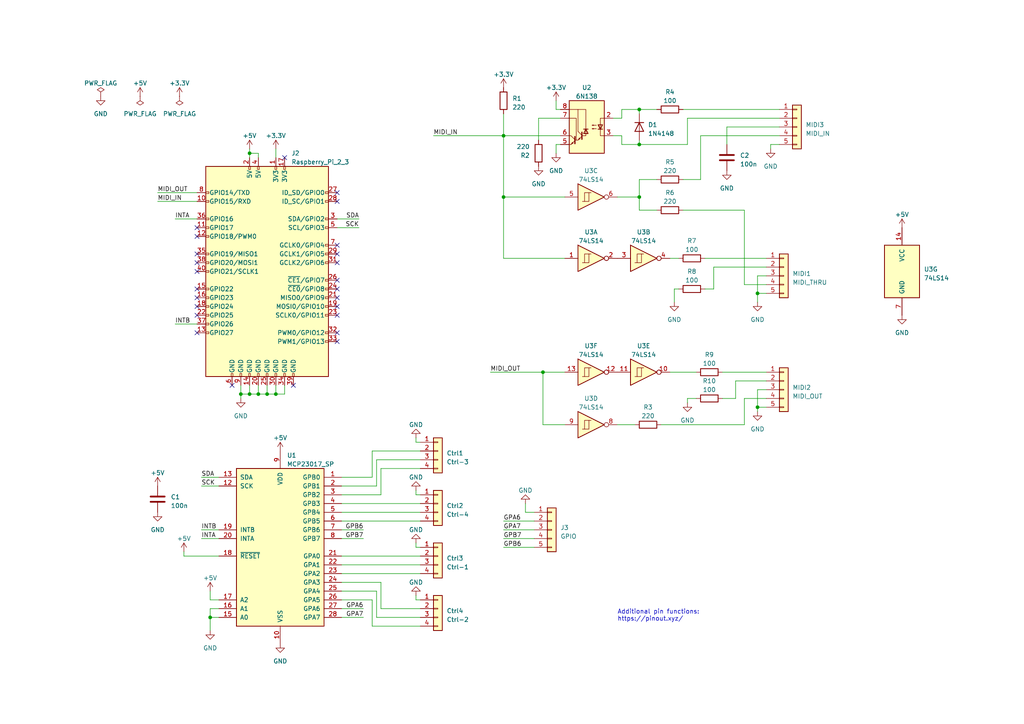
<source format=kicad_sch>
(kicad_sch (version 20230121) (generator eeschema)

  (uuid e63e39d7-6ac0-4ffd-8aa3-1841a4541b55)

  (paper "A4")

  (title_block
    (date "15 nov 2012")
  )

  (lib_symbols
    (symbol "74xx:74LS14" (pin_names (offset 1.016)) (in_bom yes) (on_board yes)
      (property "Reference" "U" (at 0 1.27 0)
        (effects (font (size 1.27 1.27)))
      )
      (property "Value" "74LS14" (at 0 -1.27 0)
        (effects (font (size 1.27 1.27)))
      )
      (property "Footprint" "" (at 0 0 0)
        (effects (font (size 1.27 1.27)) hide)
      )
      (property "Datasheet" "http://www.ti.com/lit/gpn/sn74LS14" (at 0 0 0)
        (effects (font (size 1.27 1.27)) hide)
      )
      (property "ki_locked" "" (at 0 0 0)
        (effects (font (size 1.27 1.27)))
      )
      (property "ki_keywords" "TTL not inverter" (at 0 0 0)
        (effects (font (size 1.27 1.27)) hide)
      )
      (property "ki_description" "Hex inverter schmitt trigger" (at 0 0 0)
        (effects (font (size 1.27 1.27)) hide)
      )
      (property "ki_fp_filters" "DIP*W7.62mm*" (at 0 0 0)
        (effects (font (size 1.27 1.27)) hide)
      )
      (symbol "74LS14_1_0"
        (polyline
          (pts
            (xy -3.81 3.81)
            (xy -3.81 -3.81)
            (xy 3.81 0)
            (xy -3.81 3.81)
          )
          (stroke (width 0.254) (type default))
          (fill (type background))
        )
        (pin input line (at -7.62 0 0) (length 3.81)
          (name "~" (effects (font (size 1.27 1.27))))
          (number "1" (effects (font (size 1.27 1.27))))
        )
        (pin output inverted (at 7.62 0 180) (length 3.81)
          (name "~" (effects (font (size 1.27 1.27))))
          (number "2" (effects (font (size 1.27 1.27))))
        )
      )
      (symbol "74LS14_1_1"
        (polyline
          (pts
            (xy -1.905 -1.27)
            (xy -1.905 1.27)
            (xy -0.635 1.27)
          )
          (stroke (width 0) (type default))
          (fill (type none))
        )
        (polyline
          (pts
            (xy -2.54 -1.27)
            (xy -0.635 -1.27)
            (xy -0.635 1.27)
            (xy 0 1.27)
          )
          (stroke (width 0) (type default))
          (fill (type none))
        )
      )
      (symbol "74LS14_2_0"
        (polyline
          (pts
            (xy -3.81 3.81)
            (xy -3.81 -3.81)
            (xy 3.81 0)
            (xy -3.81 3.81)
          )
          (stroke (width 0.254) (type default))
          (fill (type background))
        )
        (pin input line (at -7.62 0 0) (length 3.81)
          (name "~" (effects (font (size 1.27 1.27))))
          (number "3" (effects (font (size 1.27 1.27))))
        )
        (pin output inverted (at 7.62 0 180) (length 3.81)
          (name "~" (effects (font (size 1.27 1.27))))
          (number "4" (effects (font (size 1.27 1.27))))
        )
      )
      (symbol "74LS14_2_1"
        (polyline
          (pts
            (xy -1.905 -1.27)
            (xy -1.905 1.27)
            (xy -0.635 1.27)
          )
          (stroke (width 0) (type default))
          (fill (type none))
        )
        (polyline
          (pts
            (xy -2.54 -1.27)
            (xy -0.635 -1.27)
            (xy -0.635 1.27)
            (xy 0 1.27)
          )
          (stroke (width 0) (type default))
          (fill (type none))
        )
      )
      (symbol "74LS14_3_0"
        (polyline
          (pts
            (xy -3.81 3.81)
            (xy -3.81 -3.81)
            (xy 3.81 0)
            (xy -3.81 3.81)
          )
          (stroke (width 0.254) (type default))
          (fill (type background))
        )
        (pin input line (at -7.62 0 0) (length 3.81)
          (name "~" (effects (font (size 1.27 1.27))))
          (number "5" (effects (font (size 1.27 1.27))))
        )
        (pin output inverted (at 7.62 0 180) (length 3.81)
          (name "~" (effects (font (size 1.27 1.27))))
          (number "6" (effects (font (size 1.27 1.27))))
        )
      )
      (symbol "74LS14_3_1"
        (polyline
          (pts
            (xy -1.905 -1.27)
            (xy -1.905 1.27)
            (xy -0.635 1.27)
          )
          (stroke (width 0) (type default))
          (fill (type none))
        )
        (polyline
          (pts
            (xy -2.54 -1.27)
            (xy -0.635 -1.27)
            (xy -0.635 1.27)
            (xy 0 1.27)
          )
          (stroke (width 0) (type default))
          (fill (type none))
        )
      )
      (symbol "74LS14_4_0"
        (polyline
          (pts
            (xy -3.81 3.81)
            (xy -3.81 -3.81)
            (xy 3.81 0)
            (xy -3.81 3.81)
          )
          (stroke (width 0.254) (type default))
          (fill (type background))
        )
        (pin output inverted (at 7.62 0 180) (length 3.81)
          (name "~" (effects (font (size 1.27 1.27))))
          (number "8" (effects (font (size 1.27 1.27))))
        )
        (pin input line (at -7.62 0 0) (length 3.81)
          (name "~" (effects (font (size 1.27 1.27))))
          (number "9" (effects (font (size 1.27 1.27))))
        )
      )
      (symbol "74LS14_4_1"
        (polyline
          (pts
            (xy -1.905 -1.27)
            (xy -1.905 1.27)
            (xy -0.635 1.27)
          )
          (stroke (width 0) (type default))
          (fill (type none))
        )
        (polyline
          (pts
            (xy -2.54 -1.27)
            (xy -0.635 -1.27)
            (xy -0.635 1.27)
            (xy 0 1.27)
          )
          (stroke (width 0) (type default))
          (fill (type none))
        )
      )
      (symbol "74LS14_5_0"
        (polyline
          (pts
            (xy -3.81 3.81)
            (xy -3.81 -3.81)
            (xy 3.81 0)
            (xy -3.81 3.81)
          )
          (stroke (width 0.254) (type default))
          (fill (type background))
        )
        (pin output inverted (at 7.62 0 180) (length 3.81)
          (name "~" (effects (font (size 1.27 1.27))))
          (number "10" (effects (font (size 1.27 1.27))))
        )
        (pin input line (at -7.62 0 0) (length 3.81)
          (name "~" (effects (font (size 1.27 1.27))))
          (number "11" (effects (font (size 1.27 1.27))))
        )
      )
      (symbol "74LS14_5_1"
        (polyline
          (pts
            (xy -1.905 -1.27)
            (xy -1.905 1.27)
            (xy -0.635 1.27)
          )
          (stroke (width 0) (type default))
          (fill (type none))
        )
        (polyline
          (pts
            (xy -2.54 -1.27)
            (xy -0.635 -1.27)
            (xy -0.635 1.27)
            (xy 0 1.27)
          )
          (stroke (width 0) (type default))
          (fill (type none))
        )
      )
      (symbol "74LS14_6_0"
        (polyline
          (pts
            (xy -3.81 3.81)
            (xy -3.81 -3.81)
            (xy 3.81 0)
            (xy -3.81 3.81)
          )
          (stroke (width 0.254) (type default))
          (fill (type background))
        )
        (pin output inverted (at 7.62 0 180) (length 3.81)
          (name "~" (effects (font (size 1.27 1.27))))
          (number "12" (effects (font (size 1.27 1.27))))
        )
        (pin input line (at -7.62 0 0) (length 3.81)
          (name "~" (effects (font (size 1.27 1.27))))
          (number "13" (effects (font (size 1.27 1.27))))
        )
      )
      (symbol "74LS14_6_1"
        (polyline
          (pts
            (xy -1.905 -1.27)
            (xy -1.905 1.27)
            (xy -0.635 1.27)
          )
          (stroke (width 0) (type default))
          (fill (type none))
        )
        (polyline
          (pts
            (xy -2.54 -1.27)
            (xy -0.635 -1.27)
            (xy -0.635 1.27)
            (xy 0 1.27)
          )
          (stroke (width 0) (type default))
          (fill (type none))
        )
      )
      (symbol "74LS14_7_0"
        (pin power_in line (at 0 12.7 270) (length 5.08)
          (name "VCC" (effects (font (size 1.27 1.27))))
          (number "14" (effects (font (size 1.27 1.27))))
        )
        (pin power_in line (at 0 -12.7 90) (length 5.08)
          (name "GND" (effects (font (size 1.27 1.27))))
          (number "7" (effects (font (size 1.27 1.27))))
        )
      )
      (symbol "74LS14_7_1"
        (rectangle (start -5.08 7.62) (end 5.08 -7.62)
          (stroke (width 0.254) (type default))
          (fill (type background))
        )
      )
    )
    (symbol "Connector:Raspberry_Pi_2_3" (pin_names (offset 1.016)) (in_bom yes) (on_board yes)
      (property "Reference" "J" (at -17.78 31.75 0)
        (effects (font (size 1.27 1.27)) (justify left bottom))
      )
      (property "Value" "Raspberry_Pi_2_3" (at 10.16 -31.75 0)
        (effects (font (size 1.27 1.27)) (justify left top))
      )
      (property "Footprint" "" (at 0 0 0)
        (effects (font (size 1.27 1.27)) hide)
      )
      (property "Datasheet" "https://www.raspberrypi.org/documentation/hardware/raspberrypi/schematics/rpi_SCH_3bplus_1p0_reduced.pdf" (at 0 0 0)
        (effects (font (size 1.27 1.27)) hide)
      )
      (property "ki_keywords" "raspberrypi gpio" (at 0 0 0)
        (effects (font (size 1.27 1.27)) hide)
      )
      (property "ki_description" "expansion header for Raspberry Pi 2 & 3" (at 0 0 0)
        (effects (font (size 1.27 1.27)) hide)
      )
      (property "ki_fp_filters" "PinHeader*2x20*P2.54mm*Vertical* PinSocket*2x20*P2.54mm*Vertical*" (at 0 0 0)
        (effects (font (size 1.27 1.27)) hide)
      )
      (symbol "Raspberry_Pi_2_3_0_1"
        (rectangle (start -17.78 30.48) (end 17.78 -30.48)
          (stroke (width 0.254) (type default))
          (fill (type background))
        )
      )
      (symbol "Raspberry_Pi_2_3_1_1"
        (rectangle (start -16.891 -17.526) (end -17.78 -18.034)
          (stroke (width 0) (type default))
          (fill (type none))
        )
        (rectangle (start -16.891 -14.986) (end -17.78 -15.494)
          (stroke (width 0) (type default))
          (fill (type none))
        )
        (rectangle (start -16.891 -12.446) (end -17.78 -12.954)
          (stroke (width 0) (type default))
          (fill (type none))
        )
        (rectangle (start -16.891 -9.906) (end -17.78 -10.414)
          (stroke (width 0) (type default))
          (fill (type none))
        )
        (rectangle (start -16.891 -7.366) (end -17.78 -7.874)
          (stroke (width 0) (type default))
          (fill (type none))
        )
        (rectangle (start -16.891 -4.826) (end -17.78 -5.334)
          (stroke (width 0) (type default))
          (fill (type none))
        )
        (rectangle (start -16.891 0.254) (end -17.78 -0.254)
          (stroke (width 0) (type default))
          (fill (type none))
        )
        (rectangle (start -16.891 2.794) (end -17.78 2.286)
          (stroke (width 0) (type default))
          (fill (type none))
        )
        (rectangle (start -16.891 5.334) (end -17.78 4.826)
          (stroke (width 0) (type default))
          (fill (type none))
        )
        (rectangle (start -16.891 10.414) (end -17.78 9.906)
          (stroke (width 0) (type default))
          (fill (type none))
        )
        (rectangle (start -16.891 12.954) (end -17.78 12.446)
          (stroke (width 0) (type default))
          (fill (type none))
        )
        (rectangle (start -16.891 15.494) (end -17.78 14.986)
          (stroke (width 0) (type default))
          (fill (type none))
        )
        (rectangle (start -16.891 20.574) (end -17.78 20.066)
          (stroke (width 0) (type default))
          (fill (type none))
        )
        (rectangle (start -16.891 23.114) (end -17.78 22.606)
          (stroke (width 0) (type default))
          (fill (type none))
        )
        (rectangle (start -10.414 -29.591) (end -9.906 -30.48)
          (stroke (width 0) (type default))
          (fill (type none))
        )
        (rectangle (start -7.874 -29.591) (end -7.366 -30.48)
          (stroke (width 0) (type default))
          (fill (type none))
        )
        (rectangle (start -5.334 -29.591) (end -4.826 -30.48)
          (stroke (width 0) (type default))
          (fill (type none))
        )
        (rectangle (start -5.334 30.48) (end -4.826 29.591)
          (stroke (width 0) (type default))
          (fill (type none))
        )
        (rectangle (start -2.794 -29.591) (end -2.286 -30.48)
          (stroke (width 0) (type default))
          (fill (type none))
        )
        (rectangle (start -2.794 30.48) (end -2.286 29.591)
          (stroke (width 0) (type default))
          (fill (type none))
        )
        (rectangle (start -0.254 -29.591) (end 0.254 -30.48)
          (stroke (width 0) (type default))
          (fill (type none))
        )
        (rectangle (start 2.286 -29.591) (end 2.794 -30.48)
          (stroke (width 0) (type default))
          (fill (type none))
        )
        (rectangle (start 2.286 30.48) (end 2.794 29.591)
          (stroke (width 0) (type default))
          (fill (type none))
        )
        (rectangle (start 4.826 -29.591) (end 5.334 -30.48)
          (stroke (width 0) (type default))
          (fill (type none))
        )
        (rectangle (start 4.826 30.48) (end 5.334 29.591)
          (stroke (width 0) (type default))
          (fill (type none))
        )
        (rectangle (start 7.366 -29.591) (end 7.874 -30.48)
          (stroke (width 0) (type default))
          (fill (type none))
        )
        (rectangle (start 17.78 -20.066) (end 16.891 -20.574)
          (stroke (width 0) (type default))
          (fill (type none))
        )
        (rectangle (start 17.78 -17.526) (end 16.891 -18.034)
          (stroke (width 0) (type default))
          (fill (type none))
        )
        (rectangle (start 17.78 -12.446) (end 16.891 -12.954)
          (stroke (width 0) (type default))
          (fill (type none))
        )
        (rectangle (start 17.78 -9.906) (end 16.891 -10.414)
          (stroke (width 0) (type default))
          (fill (type none))
        )
        (rectangle (start 17.78 -7.366) (end 16.891 -7.874)
          (stroke (width 0) (type default))
          (fill (type none))
        )
        (rectangle (start 17.78 -4.826) (end 16.891 -5.334)
          (stroke (width 0) (type default))
          (fill (type none))
        )
        (rectangle (start 17.78 -2.286) (end 16.891 -2.794)
          (stroke (width 0) (type default))
          (fill (type none))
        )
        (rectangle (start 17.78 2.794) (end 16.891 2.286)
          (stroke (width 0) (type default))
          (fill (type none))
        )
        (rectangle (start 17.78 5.334) (end 16.891 4.826)
          (stroke (width 0) (type default))
          (fill (type none))
        )
        (rectangle (start 17.78 7.874) (end 16.891 7.366)
          (stroke (width 0) (type default))
          (fill (type none))
        )
        (rectangle (start 17.78 12.954) (end 16.891 12.446)
          (stroke (width 0) (type default))
          (fill (type none))
        )
        (rectangle (start 17.78 15.494) (end 16.891 14.986)
          (stroke (width 0) (type default))
          (fill (type none))
        )
        (rectangle (start 17.78 20.574) (end 16.891 20.066)
          (stroke (width 0) (type default))
          (fill (type none))
        )
        (rectangle (start 17.78 23.114) (end 16.891 22.606)
          (stroke (width 0) (type default))
          (fill (type none))
        )
        (pin power_in line (at 2.54 33.02 270) (length 2.54)
          (name "3V3" (effects (font (size 1.27 1.27))))
          (number "1" (effects (font (size 1.27 1.27))))
        )
        (pin bidirectional line (at -20.32 20.32 0) (length 2.54)
          (name "GPIO15/RXD" (effects (font (size 1.27 1.27))))
          (number "10" (effects (font (size 1.27 1.27))))
        )
        (pin bidirectional line (at -20.32 12.7 0) (length 2.54)
          (name "GPIO17" (effects (font (size 1.27 1.27))))
          (number "11" (effects (font (size 1.27 1.27))))
        )
        (pin bidirectional line (at -20.32 10.16 0) (length 2.54)
          (name "GPIO18/PWM0" (effects (font (size 1.27 1.27))))
          (number "12" (effects (font (size 1.27 1.27))))
        )
        (pin bidirectional line (at -20.32 -17.78 0) (length 2.54)
          (name "GPIO27" (effects (font (size 1.27 1.27))))
          (number "13" (effects (font (size 1.27 1.27))))
        )
        (pin power_in line (at -5.08 -33.02 90) (length 2.54)
          (name "GND" (effects (font (size 1.27 1.27))))
          (number "14" (effects (font (size 1.27 1.27))))
        )
        (pin bidirectional line (at -20.32 -5.08 0) (length 2.54)
          (name "GPIO22" (effects (font (size 1.27 1.27))))
          (number "15" (effects (font (size 1.27 1.27))))
        )
        (pin bidirectional line (at -20.32 -7.62 0) (length 2.54)
          (name "GPIO23" (effects (font (size 1.27 1.27))))
          (number "16" (effects (font (size 1.27 1.27))))
        )
        (pin power_in line (at 5.08 33.02 270) (length 2.54)
          (name "3V3" (effects (font (size 1.27 1.27))))
          (number "17" (effects (font (size 1.27 1.27))))
        )
        (pin bidirectional line (at -20.32 -10.16 0) (length 2.54)
          (name "GPIO24" (effects (font (size 1.27 1.27))))
          (number "18" (effects (font (size 1.27 1.27))))
        )
        (pin bidirectional line (at 20.32 -10.16 180) (length 2.54)
          (name "MOSI0/GPIO10" (effects (font (size 1.27 1.27))))
          (number "19" (effects (font (size 1.27 1.27))))
        )
        (pin power_in line (at -5.08 33.02 270) (length 2.54)
          (name "5V" (effects (font (size 1.27 1.27))))
          (number "2" (effects (font (size 1.27 1.27))))
        )
        (pin power_in line (at -2.54 -33.02 90) (length 2.54)
          (name "GND" (effects (font (size 1.27 1.27))))
          (number "20" (effects (font (size 1.27 1.27))))
        )
        (pin bidirectional line (at 20.32 -7.62 180) (length 2.54)
          (name "MISO0/GPIO9" (effects (font (size 1.27 1.27))))
          (number "21" (effects (font (size 1.27 1.27))))
        )
        (pin bidirectional line (at -20.32 -12.7 0) (length 2.54)
          (name "GPIO25" (effects (font (size 1.27 1.27))))
          (number "22" (effects (font (size 1.27 1.27))))
        )
        (pin bidirectional line (at 20.32 -12.7 180) (length 2.54)
          (name "SCLK0/GPIO11" (effects (font (size 1.27 1.27))))
          (number "23" (effects (font (size 1.27 1.27))))
        )
        (pin bidirectional line (at 20.32 -5.08 180) (length 2.54)
          (name "~{CE0}/GPIO8" (effects (font (size 1.27 1.27))))
          (number "24" (effects (font (size 1.27 1.27))))
        )
        (pin power_in line (at 0 -33.02 90) (length 2.54)
          (name "GND" (effects (font (size 1.27 1.27))))
          (number "25" (effects (font (size 1.27 1.27))))
        )
        (pin bidirectional line (at 20.32 -2.54 180) (length 2.54)
          (name "~{CE1}/GPIO7" (effects (font (size 1.27 1.27))))
          (number "26" (effects (font (size 1.27 1.27))))
        )
        (pin bidirectional line (at 20.32 22.86 180) (length 2.54)
          (name "ID_SD/GPIO0" (effects (font (size 1.27 1.27))))
          (number "27" (effects (font (size 1.27 1.27))))
        )
        (pin bidirectional line (at 20.32 20.32 180) (length 2.54)
          (name "ID_SC/GPIO1" (effects (font (size 1.27 1.27))))
          (number "28" (effects (font (size 1.27 1.27))))
        )
        (pin bidirectional line (at 20.32 5.08 180) (length 2.54)
          (name "GCLK1/GPIO5" (effects (font (size 1.27 1.27))))
          (number "29" (effects (font (size 1.27 1.27))))
        )
        (pin bidirectional line (at 20.32 15.24 180) (length 2.54)
          (name "SDA/GPIO2" (effects (font (size 1.27 1.27))))
          (number "3" (effects (font (size 1.27 1.27))))
        )
        (pin power_in line (at 2.54 -33.02 90) (length 2.54)
          (name "GND" (effects (font (size 1.27 1.27))))
          (number "30" (effects (font (size 1.27 1.27))))
        )
        (pin bidirectional line (at 20.32 2.54 180) (length 2.54)
          (name "GCLK2/GPIO6" (effects (font (size 1.27 1.27))))
          (number "31" (effects (font (size 1.27 1.27))))
        )
        (pin bidirectional line (at 20.32 -17.78 180) (length 2.54)
          (name "PWM0/GPIO12" (effects (font (size 1.27 1.27))))
          (number "32" (effects (font (size 1.27 1.27))))
        )
        (pin bidirectional line (at 20.32 -20.32 180) (length 2.54)
          (name "PWM1/GPIO13" (effects (font (size 1.27 1.27))))
          (number "33" (effects (font (size 1.27 1.27))))
        )
        (pin power_in line (at 5.08 -33.02 90) (length 2.54)
          (name "GND" (effects (font (size 1.27 1.27))))
          (number "34" (effects (font (size 1.27 1.27))))
        )
        (pin bidirectional line (at -20.32 5.08 0) (length 2.54)
          (name "GPIO19/MISO1" (effects (font (size 1.27 1.27))))
          (number "35" (effects (font (size 1.27 1.27))))
        )
        (pin bidirectional line (at -20.32 15.24 0) (length 2.54)
          (name "GPIO16" (effects (font (size 1.27 1.27))))
          (number "36" (effects (font (size 1.27 1.27))))
        )
        (pin bidirectional line (at -20.32 -15.24 0) (length 2.54)
          (name "GPIO26" (effects (font (size 1.27 1.27))))
          (number "37" (effects (font (size 1.27 1.27))))
        )
        (pin bidirectional line (at -20.32 2.54 0) (length 2.54)
          (name "GPIO20/MOSI1" (effects (font (size 1.27 1.27))))
          (number "38" (effects (font (size 1.27 1.27))))
        )
        (pin power_in line (at 7.62 -33.02 90) (length 2.54)
          (name "GND" (effects (font (size 1.27 1.27))))
          (number "39" (effects (font (size 1.27 1.27))))
        )
        (pin power_in line (at -2.54 33.02 270) (length 2.54)
          (name "5V" (effects (font (size 1.27 1.27))))
          (number "4" (effects (font (size 1.27 1.27))))
        )
        (pin bidirectional line (at -20.32 0 0) (length 2.54)
          (name "GPIO21/SCLK1" (effects (font (size 1.27 1.27))))
          (number "40" (effects (font (size 1.27 1.27))))
        )
        (pin bidirectional line (at 20.32 12.7 180) (length 2.54)
          (name "SCL/GPIO3" (effects (font (size 1.27 1.27))))
          (number "5" (effects (font (size 1.27 1.27))))
        )
        (pin power_in line (at -10.16 -33.02 90) (length 2.54)
          (name "GND" (effects (font (size 1.27 1.27))))
          (number "6" (effects (font (size 1.27 1.27))))
        )
        (pin bidirectional line (at 20.32 7.62 180) (length 2.54)
          (name "GCLK0/GPIO4" (effects (font (size 1.27 1.27))))
          (number "7" (effects (font (size 1.27 1.27))))
        )
        (pin bidirectional line (at -20.32 22.86 0) (length 2.54)
          (name "GPIO14/TXD" (effects (font (size 1.27 1.27))))
          (number "8" (effects (font (size 1.27 1.27))))
        )
        (pin power_in line (at -7.62 -33.02 90) (length 2.54)
          (name "GND" (effects (font (size 1.27 1.27))))
          (number "9" (effects (font (size 1.27 1.27))))
        )
      )
    )
    (symbol "Connector_Generic:Conn_01x04" (pin_names (offset 1.016) hide) (in_bom yes) (on_board yes)
      (property "Reference" "J" (at 0 5.08 0)
        (effects (font (size 1.27 1.27)))
      )
      (property "Value" "Conn_01x04" (at 0 -7.62 0)
        (effects (font (size 1.27 1.27)))
      )
      (property "Footprint" "" (at 0 0 0)
        (effects (font (size 1.27 1.27)) hide)
      )
      (property "Datasheet" "~" (at 0 0 0)
        (effects (font (size 1.27 1.27)) hide)
      )
      (property "ki_keywords" "connector" (at 0 0 0)
        (effects (font (size 1.27 1.27)) hide)
      )
      (property "ki_description" "Generic connector, single row, 01x04, script generated (kicad-library-utils/schlib/autogen/connector/)" (at 0 0 0)
        (effects (font (size 1.27 1.27)) hide)
      )
      (property "ki_fp_filters" "Connector*:*_1x??_*" (at 0 0 0)
        (effects (font (size 1.27 1.27)) hide)
      )
      (symbol "Conn_01x04_1_1"
        (rectangle (start -1.27 -4.953) (end 0 -5.207)
          (stroke (width 0.1524) (type default))
          (fill (type none))
        )
        (rectangle (start -1.27 -2.413) (end 0 -2.667)
          (stroke (width 0.1524) (type default))
          (fill (type none))
        )
        (rectangle (start -1.27 0.127) (end 0 -0.127)
          (stroke (width 0.1524) (type default))
          (fill (type none))
        )
        (rectangle (start -1.27 2.667) (end 0 2.413)
          (stroke (width 0.1524) (type default))
          (fill (type none))
        )
        (rectangle (start -1.27 3.81) (end 1.27 -6.35)
          (stroke (width 0.254) (type default))
          (fill (type background))
        )
        (pin passive line (at -5.08 2.54 0) (length 3.81)
          (name "Pin_1" (effects (font (size 1.27 1.27))))
          (number "1" (effects (font (size 1.27 1.27))))
        )
        (pin passive line (at -5.08 0 0) (length 3.81)
          (name "Pin_2" (effects (font (size 1.27 1.27))))
          (number "2" (effects (font (size 1.27 1.27))))
        )
        (pin passive line (at -5.08 -2.54 0) (length 3.81)
          (name "Pin_3" (effects (font (size 1.27 1.27))))
          (number "3" (effects (font (size 1.27 1.27))))
        )
        (pin passive line (at -5.08 -5.08 0) (length 3.81)
          (name "Pin_4" (effects (font (size 1.27 1.27))))
          (number "4" (effects (font (size 1.27 1.27))))
        )
      )
    )
    (symbol "Connector_Generic:Conn_01x05" (pin_names (offset 1.016) hide) (in_bom yes) (on_board yes)
      (property "Reference" "J" (at 0 7.62 0)
        (effects (font (size 1.27 1.27)))
      )
      (property "Value" "Conn_01x05" (at 0 -7.62 0)
        (effects (font (size 1.27 1.27)))
      )
      (property "Footprint" "" (at 0 0 0)
        (effects (font (size 1.27 1.27)) hide)
      )
      (property "Datasheet" "~" (at 0 0 0)
        (effects (font (size 1.27 1.27)) hide)
      )
      (property "ki_keywords" "connector" (at 0 0 0)
        (effects (font (size 1.27 1.27)) hide)
      )
      (property "ki_description" "Generic connector, single row, 01x05, script generated (kicad-library-utils/schlib/autogen/connector/)" (at 0 0 0)
        (effects (font (size 1.27 1.27)) hide)
      )
      (property "ki_fp_filters" "Connector*:*_1x??_*" (at 0 0 0)
        (effects (font (size 1.27 1.27)) hide)
      )
      (symbol "Conn_01x05_1_1"
        (rectangle (start -1.27 -4.953) (end 0 -5.207)
          (stroke (width 0.1524) (type default))
          (fill (type none))
        )
        (rectangle (start -1.27 -2.413) (end 0 -2.667)
          (stroke (width 0.1524) (type default))
          (fill (type none))
        )
        (rectangle (start -1.27 0.127) (end 0 -0.127)
          (stroke (width 0.1524) (type default))
          (fill (type none))
        )
        (rectangle (start -1.27 2.667) (end 0 2.413)
          (stroke (width 0.1524) (type default))
          (fill (type none))
        )
        (rectangle (start -1.27 5.207) (end 0 4.953)
          (stroke (width 0.1524) (type default))
          (fill (type none))
        )
        (rectangle (start -1.27 6.35) (end 1.27 -6.35)
          (stroke (width 0.254) (type default))
          (fill (type background))
        )
        (pin passive line (at -5.08 5.08 0) (length 3.81)
          (name "Pin_1" (effects (font (size 1.27 1.27))))
          (number "1" (effects (font (size 1.27 1.27))))
        )
        (pin passive line (at -5.08 2.54 0) (length 3.81)
          (name "Pin_2" (effects (font (size 1.27 1.27))))
          (number "2" (effects (font (size 1.27 1.27))))
        )
        (pin passive line (at -5.08 0 0) (length 3.81)
          (name "Pin_3" (effects (font (size 1.27 1.27))))
          (number "3" (effects (font (size 1.27 1.27))))
        )
        (pin passive line (at -5.08 -2.54 0) (length 3.81)
          (name "Pin_4" (effects (font (size 1.27 1.27))))
          (number "4" (effects (font (size 1.27 1.27))))
        )
        (pin passive line (at -5.08 -5.08 0) (length 3.81)
          (name "Pin_5" (effects (font (size 1.27 1.27))))
          (number "5" (effects (font (size 1.27 1.27))))
        )
      )
    )
    (symbol "Device:C" (pin_numbers hide) (pin_names (offset 0.254)) (in_bom yes) (on_board yes)
      (property "Reference" "C" (at 0.635 2.54 0)
        (effects (font (size 1.27 1.27)) (justify left))
      )
      (property "Value" "C" (at 0.635 -2.54 0)
        (effects (font (size 1.27 1.27)) (justify left))
      )
      (property "Footprint" "" (at 0.9652 -3.81 0)
        (effects (font (size 1.27 1.27)) hide)
      )
      (property "Datasheet" "~" (at 0 0 0)
        (effects (font (size 1.27 1.27)) hide)
      )
      (property "ki_keywords" "cap capacitor" (at 0 0 0)
        (effects (font (size 1.27 1.27)) hide)
      )
      (property "ki_description" "Unpolarized capacitor" (at 0 0 0)
        (effects (font (size 1.27 1.27)) hide)
      )
      (property "ki_fp_filters" "C_*" (at 0 0 0)
        (effects (font (size 1.27 1.27)) hide)
      )
      (symbol "C_0_1"
        (polyline
          (pts
            (xy -2.032 -0.762)
            (xy 2.032 -0.762)
          )
          (stroke (width 0.508) (type default))
          (fill (type none))
        )
        (polyline
          (pts
            (xy -2.032 0.762)
            (xy 2.032 0.762)
          )
          (stroke (width 0.508) (type default))
          (fill (type none))
        )
      )
      (symbol "C_1_1"
        (pin passive line (at 0 3.81 270) (length 2.794)
          (name "~" (effects (font (size 1.27 1.27))))
          (number "1" (effects (font (size 1.27 1.27))))
        )
        (pin passive line (at 0 -3.81 90) (length 2.794)
          (name "~" (effects (font (size 1.27 1.27))))
          (number "2" (effects (font (size 1.27 1.27))))
        )
      )
    )
    (symbol "Device:R" (pin_numbers hide) (pin_names (offset 0)) (in_bom yes) (on_board yes)
      (property "Reference" "R" (at 2.032 0 90)
        (effects (font (size 1.27 1.27)))
      )
      (property "Value" "R" (at 0 0 90)
        (effects (font (size 1.27 1.27)))
      )
      (property "Footprint" "" (at -1.778 0 90)
        (effects (font (size 1.27 1.27)) hide)
      )
      (property "Datasheet" "~" (at 0 0 0)
        (effects (font (size 1.27 1.27)) hide)
      )
      (property "ki_keywords" "R res resistor" (at 0 0 0)
        (effects (font (size 1.27 1.27)) hide)
      )
      (property "ki_description" "Resistor" (at 0 0 0)
        (effects (font (size 1.27 1.27)) hide)
      )
      (property "ki_fp_filters" "R_*" (at 0 0 0)
        (effects (font (size 1.27 1.27)) hide)
      )
      (symbol "R_0_1"
        (rectangle (start -1.016 -2.54) (end 1.016 2.54)
          (stroke (width 0.254) (type default))
          (fill (type none))
        )
      )
      (symbol "R_1_1"
        (pin passive line (at 0 3.81 270) (length 1.27)
          (name "~" (effects (font (size 1.27 1.27))))
          (number "1" (effects (font (size 1.27 1.27))))
        )
        (pin passive line (at 0 -3.81 90) (length 1.27)
          (name "~" (effects (font (size 1.27 1.27))))
          (number "2" (effects (font (size 1.27 1.27))))
        )
      )
    )
    (symbol "Diode:1N4148" (pin_numbers hide) (pin_names hide) (in_bom yes) (on_board yes)
      (property "Reference" "D" (at 0 2.54 0)
        (effects (font (size 1.27 1.27)))
      )
      (property "Value" "1N4148" (at 0 -2.54 0)
        (effects (font (size 1.27 1.27)))
      )
      (property "Footprint" "Diode_THT:D_DO-35_SOD27_P7.62mm_Horizontal" (at 0 0 0)
        (effects (font (size 1.27 1.27)) hide)
      )
      (property "Datasheet" "https://assets.nexperia.com/documents/data-sheet/1N4148_1N4448.pdf" (at 0 0 0)
        (effects (font (size 1.27 1.27)) hide)
      )
      (property "Sim.Device" "D" (at 0 0 0)
        (effects (font (size 1.27 1.27)) hide)
      )
      (property "Sim.Pins" "1=K 2=A" (at 0 0 0)
        (effects (font (size 1.27 1.27)) hide)
      )
      (property "ki_keywords" "diode" (at 0 0 0)
        (effects (font (size 1.27 1.27)) hide)
      )
      (property "ki_description" "100V 0.15A standard switching diode, DO-35" (at 0 0 0)
        (effects (font (size 1.27 1.27)) hide)
      )
      (property "ki_fp_filters" "D*DO?35*" (at 0 0 0)
        (effects (font (size 1.27 1.27)) hide)
      )
      (symbol "1N4148_0_1"
        (polyline
          (pts
            (xy -1.27 1.27)
            (xy -1.27 -1.27)
          )
          (stroke (width 0.254) (type default))
          (fill (type none))
        )
        (polyline
          (pts
            (xy 1.27 0)
            (xy -1.27 0)
          )
          (stroke (width 0) (type default))
          (fill (type none))
        )
        (polyline
          (pts
            (xy 1.27 1.27)
            (xy 1.27 -1.27)
            (xy -1.27 0)
            (xy 1.27 1.27)
          )
          (stroke (width 0.254) (type default))
          (fill (type none))
        )
      )
      (symbol "1N4148_1_1"
        (pin passive line (at -3.81 0 0) (length 2.54)
          (name "K" (effects (font (size 1.27 1.27))))
          (number "1" (effects (font (size 1.27 1.27))))
        )
        (pin passive line (at 3.81 0 180) (length 2.54)
          (name "A" (effects (font (size 1.27 1.27))))
          (number "2" (effects (font (size 1.27 1.27))))
        )
      )
    )
    (symbol "Interface_Expansion:MCP23017_SP" (pin_names (offset 1.016)) (in_bom yes) (on_board yes)
      (property "Reference" "U" (at -11.43 24.13 0)
        (effects (font (size 1.27 1.27)))
      )
      (property "Value" "MCP23017_SP" (at 0 0 0)
        (effects (font (size 1.27 1.27)))
      )
      (property "Footprint" "Package_DIP:DIP-28_W7.62mm" (at 5.08 -25.4 0)
        (effects (font (size 1.27 1.27)) (justify left) hide)
      )
      (property "Datasheet" "http://ww1.microchip.com/downloads/en/DeviceDoc/20001952C.pdf" (at 5.08 -27.94 0)
        (effects (font (size 1.27 1.27)) (justify left) hide)
      )
      (property "ki_keywords" "I2C parallel port expander" (at 0 0 0)
        (effects (font (size 1.27 1.27)) hide)
      )
      (property "ki_description" "16-bit I/O expander, I2C, interrupts, w pull-ups, SPDIP-28" (at 0 0 0)
        (effects (font (size 1.27 1.27)) hide)
      )
      (property "ki_fp_filters" "DIP*W7.62mm*" (at 0 0 0)
        (effects (font (size 1.27 1.27)) hide)
      )
      (symbol "MCP23017_SP_0_1"
        (rectangle (start -12.7 22.86) (end 12.7 -22.86)
          (stroke (width 0.254) (type default))
          (fill (type background))
        )
      )
      (symbol "MCP23017_SP_1_1"
        (pin bidirectional line (at 17.78 20.32 180) (length 5.08)
          (name "GPB0" (effects (font (size 1.27 1.27))))
          (number "1" (effects (font (size 1.27 1.27))))
        )
        (pin power_in line (at 0 -27.94 90) (length 5.08)
          (name "VSS" (effects (font (size 1.27 1.27))))
          (number "10" (effects (font (size 1.27 1.27))))
        )
        (pin no_connect line (at -12.7 15.24 0) (length 5.08) hide
          (name "NC" (effects (font (size 1.27 1.27))))
          (number "11" (effects (font (size 1.27 1.27))))
        )
        (pin input line (at -17.78 17.78 0) (length 5.08)
          (name "SCK" (effects (font (size 1.27 1.27))))
          (number "12" (effects (font (size 1.27 1.27))))
        )
        (pin bidirectional line (at -17.78 20.32 0) (length 5.08)
          (name "SDA" (effects (font (size 1.27 1.27))))
          (number "13" (effects (font (size 1.27 1.27))))
        )
        (pin no_connect line (at -12.7 12.7 0) (length 5.08) hide
          (name "NC" (effects (font (size 1.27 1.27))))
          (number "14" (effects (font (size 1.27 1.27))))
        )
        (pin input line (at -17.78 -20.32 0) (length 5.08)
          (name "A0" (effects (font (size 1.27 1.27))))
          (number "15" (effects (font (size 1.27 1.27))))
        )
        (pin input line (at -17.78 -17.78 0) (length 5.08)
          (name "A1" (effects (font (size 1.27 1.27))))
          (number "16" (effects (font (size 1.27 1.27))))
        )
        (pin input line (at -17.78 -15.24 0) (length 5.08)
          (name "A2" (effects (font (size 1.27 1.27))))
          (number "17" (effects (font (size 1.27 1.27))))
        )
        (pin input line (at -17.78 -2.54 0) (length 5.08)
          (name "~{RESET}" (effects (font (size 1.27 1.27))))
          (number "18" (effects (font (size 1.27 1.27))))
        )
        (pin tri_state line (at -17.78 5.08 0) (length 5.08)
          (name "INTB" (effects (font (size 1.27 1.27))))
          (number "19" (effects (font (size 1.27 1.27))))
        )
        (pin bidirectional line (at 17.78 17.78 180) (length 5.08)
          (name "GPB1" (effects (font (size 1.27 1.27))))
          (number "2" (effects (font (size 1.27 1.27))))
        )
        (pin tri_state line (at -17.78 2.54 0) (length 5.08)
          (name "INTA" (effects (font (size 1.27 1.27))))
          (number "20" (effects (font (size 1.27 1.27))))
        )
        (pin bidirectional line (at 17.78 -2.54 180) (length 5.08)
          (name "GPA0" (effects (font (size 1.27 1.27))))
          (number "21" (effects (font (size 1.27 1.27))))
        )
        (pin bidirectional line (at 17.78 -5.08 180) (length 5.08)
          (name "GPA1" (effects (font (size 1.27 1.27))))
          (number "22" (effects (font (size 1.27 1.27))))
        )
        (pin bidirectional line (at 17.78 -7.62 180) (length 5.08)
          (name "GPA2" (effects (font (size 1.27 1.27))))
          (number "23" (effects (font (size 1.27 1.27))))
        )
        (pin bidirectional line (at 17.78 -10.16 180) (length 5.08)
          (name "GPA3" (effects (font (size 1.27 1.27))))
          (number "24" (effects (font (size 1.27 1.27))))
        )
        (pin bidirectional line (at 17.78 -12.7 180) (length 5.08)
          (name "GPA4" (effects (font (size 1.27 1.27))))
          (number "25" (effects (font (size 1.27 1.27))))
        )
        (pin bidirectional line (at 17.78 -15.24 180) (length 5.08)
          (name "GPA5" (effects (font (size 1.27 1.27))))
          (number "26" (effects (font (size 1.27 1.27))))
        )
        (pin bidirectional line (at 17.78 -17.78 180) (length 5.08)
          (name "GPA6" (effects (font (size 1.27 1.27))))
          (number "27" (effects (font (size 1.27 1.27))))
        )
        (pin bidirectional line (at 17.78 -20.32 180) (length 5.08)
          (name "GPA7" (effects (font (size 1.27 1.27))))
          (number "28" (effects (font (size 1.27 1.27))))
        )
        (pin bidirectional line (at 17.78 15.24 180) (length 5.08)
          (name "GPB2" (effects (font (size 1.27 1.27))))
          (number "3" (effects (font (size 1.27 1.27))))
        )
        (pin bidirectional line (at 17.78 12.7 180) (length 5.08)
          (name "GPB3" (effects (font (size 1.27 1.27))))
          (number "4" (effects (font (size 1.27 1.27))))
        )
        (pin bidirectional line (at 17.78 10.16 180) (length 5.08)
          (name "GPB4" (effects (font (size 1.27 1.27))))
          (number "5" (effects (font (size 1.27 1.27))))
        )
        (pin bidirectional line (at 17.78 7.62 180) (length 5.08)
          (name "GPB5" (effects (font (size 1.27 1.27))))
          (number "6" (effects (font (size 1.27 1.27))))
        )
        (pin bidirectional line (at 17.78 5.08 180) (length 5.08)
          (name "GPB6" (effects (font (size 1.27 1.27))))
          (number "7" (effects (font (size 1.27 1.27))))
        )
        (pin bidirectional line (at 17.78 2.54 180) (length 5.08)
          (name "GPB7" (effects (font (size 1.27 1.27))))
          (number "8" (effects (font (size 1.27 1.27))))
        )
        (pin power_in line (at 0 27.94 270) (length 5.08)
          (name "VDD" (effects (font (size 1.27 1.27))))
          (number "9" (effects (font (size 1.27 1.27))))
        )
      )
    )
    (symbol "Isolator:6N138" (pin_names (offset 1.016) hide) (in_bom yes) (on_board yes)
      (property "Reference" "U" (at -4.064 8.89 0)
        (effects (font (size 1.27 1.27)))
      )
      (property "Value" "6N138" (at 2.286 8.89 0)
        (effects (font (size 1.27 1.27)))
      )
      (property "Footprint" "" (at 7.366 -7.62 0)
        (effects (font (size 1.27 1.27)) hide)
      )
      (property "Datasheet" "http://www.onsemi.com/pub/Collateral/HCPL2731-D.pdf" (at 7.366 -7.62 0)
        (effects (font (size 1.27 1.27)) hide)
      )
      (property "ki_keywords" "darlington optocoupler" (at 0 0 0)
        (effects (font (size 1.27 1.27)) hide)
      )
      (property "ki_description" "Low Input Current high Gain Split Darlington Optocouplers, -0.5V to 7V VDD, DIP-8" (at 0 0 0)
        (effects (font (size 1.27 1.27)) hide)
      )
      (property "ki_fp_filters" "DIP*W7.62mm* SMDIP*W9.53mm*" (at 0 0 0)
        (effects (font (size 1.27 1.27)) hide)
      )
      (symbol "6N138_0_1"
        (rectangle (start -5.08 7.62) (end 5.08 -7.62)
          (stroke (width 0.254) (type default))
          (fill (type background))
        )
        (polyline
          (pts
            (xy -4.572 -0.635)
            (xy -3.302 -0.635)
          )
          (stroke (width 0.254) (type default))
          (fill (type none))
        )
        (polyline
          (pts
            (xy 0.889 -0.635)
            (xy -0.381 -0.635)
          )
          (stroke (width 0.254) (type default))
          (fill (type none))
        )
        (polyline
          (pts
            (xy 1.397 -2.667)
            (xy 2.54 -3.81)
          )
          (stroke (width 0) (type default))
          (fill (type none))
        )
        (polyline
          (pts
            (xy 1.397 -2.413)
            (xy 2.54 -1.27)
          )
          (stroke (width 0) (type default))
          (fill (type none))
        )
        (polyline
          (pts
            (xy 2.54 -3.81)
            (xy 3.175 -3.81)
          )
          (stroke (width 0) (type default))
          (fill (type none))
        )
        (polyline
          (pts
            (xy 3.429 -3.937)
            (xy 4.572 -5.08)
          )
          (stroke (width 0) (type default))
          (fill (type none))
        )
        (polyline
          (pts
            (xy 3.429 -3.683)
            (xy 4.572 -2.54)
          )
          (stroke (width 0) (type default))
          (fill (type none))
        )
        (polyline
          (pts
            (xy 4.572 -5.08)
            (xy 5.08 -5.08)
          )
          (stroke (width 0) (type default))
          (fill (type none))
        )
        (polyline
          (pts
            (xy 4.572 -2.54)
            (xy 5.08 -2.54)
          )
          (stroke (width 0) (type default))
          (fill (type none))
        )
        (polyline
          (pts
            (xy 1.397 -1.524)
            (xy 1.397 -3.556)
            (xy 1.397 -3.556)
          )
          (stroke (width 0.3556) (type default))
          (fill (type none))
        )
        (polyline
          (pts
            (xy 2.54 -1.27)
            (xy 2.54 5.08)
            (xy 5.08 5.08)
          )
          (stroke (width 0) (type default))
          (fill (type none))
        )
        (polyline
          (pts
            (xy 3.429 -2.794)
            (xy 3.429 -4.826)
            (xy 3.429 -4.826)
          )
          (stroke (width 0.3556) (type default))
          (fill (type none))
        )
        (polyline
          (pts
            (xy 5.08 2.54)
            (xy 3.048 2.54)
            (xy 3.048 -3.81)
          )
          (stroke (width 0) (type default))
          (fill (type none))
        )
        (polyline
          (pts
            (xy -5.08 -2.54)
            (xy -3.937 -2.54)
            (xy -3.937 2.54)
            (xy -5.08 2.54)
          )
          (stroke (width 0) (type default))
          (fill (type none))
        )
        (polyline
          (pts
            (xy -3.937 -0.635)
            (xy -4.572 0.635)
            (xy -3.302 0.635)
            (xy -3.937 -0.635)
          )
          (stroke (width 0.254) (type default))
          (fill (type none))
        )
        (polyline
          (pts
            (xy 0.254 -0.635)
            (xy 0.889 -1.905)
            (xy -0.381 -1.905)
            (xy 0.254 -0.635)
          )
          (stroke (width 0.254) (type default))
          (fill (type none))
        )
        (polyline
          (pts
            (xy 1.27 -2.54)
            (xy 0.254 -2.54)
            (xy 0.254 5.08)
            (xy 2.54 5.08)
          )
          (stroke (width 0) (type default))
          (fill (type none))
        )
        (polyline
          (pts
            (xy 2.413 -3.683)
            (xy 2.159 -3.175)
            (xy 1.905 -3.429)
            (xy 2.413 -3.683)
          )
          (stroke (width 0) (type default))
          (fill (type none))
        )
        (polyline
          (pts
            (xy 4.445 -4.953)
            (xy 4.191 -4.445)
            (xy 3.937 -4.699)
            (xy 4.445 -4.953)
          )
          (stroke (width 0) (type default))
          (fill (type none))
        )
        (polyline
          (pts
            (xy -2.794 -0.508)
            (xy -1.524 -0.508)
            (xy -1.905 -0.635)
            (xy -1.905 -0.381)
            (xy -1.524 -0.508)
          )
          (stroke (width 0) (type default))
          (fill (type none))
        )
        (polyline
          (pts
            (xy -2.794 0.508)
            (xy -1.524 0.508)
            (xy -1.905 0.381)
            (xy -1.905 0.635)
            (xy -1.524 0.508)
          )
          (stroke (width 0) (type default))
          (fill (type none))
        )
      )
      (symbol "6N138_1_1"
        (pin no_connect line (at -5.08 5.08 0) (length 2.54) hide
          (name "NC" (effects (font (size 1.27 1.27))))
          (number "1" (effects (font (size 1.27 1.27))))
        )
        (pin passive line (at -7.62 2.54 0) (length 2.54)
          (name "C1" (effects (font (size 1.27 1.27))))
          (number "2" (effects (font (size 1.27 1.27))))
        )
        (pin passive line (at -7.62 -2.54 0) (length 2.54)
          (name "C2" (effects (font (size 1.27 1.27))))
          (number "3" (effects (font (size 1.27 1.27))))
        )
        (pin no_connect line (at -5.08 -5.08 0) (length 2.54) hide
          (name "NC" (effects (font (size 1.27 1.27))))
          (number "4" (effects (font (size 1.27 1.27))))
        )
        (pin passive line (at 7.62 -5.08 180) (length 2.54)
          (name "GND" (effects (font (size 1.27 1.27))))
          (number "5" (effects (font (size 1.27 1.27))))
        )
        (pin passive line (at 7.62 -2.54 180) (length 2.54)
          (name "VO2" (effects (font (size 1.27 1.27))))
          (number "6" (effects (font (size 1.27 1.27))))
        )
        (pin passive line (at 7.62 2.54 180) (length 2.54)
          (name "VO1" (effects (font (size 1.27 1.27))))
          (number "7" (effects (font (size 1.27 1.27))))
        )
        (pin passive line (at 7.62 5.08 180) (length 2.54)
          (name "VCC" (effects (font (size 1.27 1.27))))
          (number "8" (effects (font (size 1.27 1.27))))
        )
      )
    )
    (symbol "power:+3.3V" (power) (pin_names (offset 0)) (in_bom yes) (on_board yes)
      (property "Reference" "#PWR" (at 0 -3.81 0)
        (effects (font (size 1.27 1.27)) hide)
      )
      (property "Value" "+3.3V" (at 0 3.556 0)
        (effects (font (size 1.27 1.27)))
      )
      (property "Footprint" "" (at 0 0 0)
        (effects (font (size 1.27 1.27)) hide)
      )
      (property "Datasheet" "" (at 0 0 0)
        (effects (font (size 1.27 1.27)) hide)
      )
      (property "ki_keywords" "global power" (at 0 0 0)
        (effects (font (size 1.27 1.27)) hide)
      )
      (property "ki_description" "Power symbol creates a global label with name \"+3.3V\"" (at 0 0 0)
        (effects (font (size 1.27 1.27)) hide)
      )
      (symbol "+3.3V_0_1"
        (polyline
          (pts
            (xy -0.762 1.27)
            (xy 0 2.54)
          )
          (stroke (width 0) (type default))
          (fill (type none))
        )
        (polyline
          (pts
            (xy 0 0)
            (xy 0 2.54)
          )
          (stroke (width 0) (type default))
          (fill (type none))
        )
        (polyline
          (pts
            (xy 0 2.54)
            (xy 0.762 1.27)
          )
          (stroke (width 0) (type default))
          (fill (type none))
        )
      )
      (symbol "+3.3V_1_1"
        (pin power_in line (at 0 0 90) (length 0) hide
          (name "+3.3V" (effects (font (size 1.27 1.27))))
          (number "1" (effects (font (size 1.27 1.27))))
        )
      )
    )
    (symbol "power:+5V" (power) (pin_names (offset 0)) (in_bom yes) (on_board yes)
      (property "Reference" "#PWR" (at 0 -3.81 0)
        (effects (font (size 1.27 1.27)) hide)
      )
      (property "Value" "+5V" (at 0 3.556 0)
        (effects (font (size 1.27 1.27)))
      )
      (property "Footprint" "" (at 0 0 0)
        (effects (font (size 1.27 1.27)) hide)
      )
      (property "Datasheet" "" (at 0 0 0)
        (effects (font (size 1.27 1.27)) hide)
      )
      (property "ki_keywords" "global power" (at 0 0 0)
        (effects (font (size 1.27 1.27)) hide)
      )
      (property "ki_description" "Power symbol creates a global label with name \"+5V\"" (at 0 0 0)
        (effects (font (size 1.27 1.27)) hide)
      )
      (symbol "+5V_0_1"
        (polyline
          (pts
            (xy -0.762 1.27)
            (xy 0 2.54)
          )
          (stroke (width 0) (type default))
          (fill (type none))
        )
        (polyline
          (pts
            (xy 0 0)
            (xy 0 2.54)
          )
          (stroke (width 0) (type default))
          (fill (type none))
        )
        (polyline
          (pts
            (xy 0 2.54)
            (xy 0.762 1.27)
          )
          (stroke (width 0) (type default))
          (fill (type none))
        )
      )
      (symbol "+5V_1_1"
        (pin power_in line (at 0 0 90) (length 0) hide
          (name "+5V" (effects (font (size 1.27 1.27))))
          (number "1" (effects (font (size 1.27 1.27))))
        )
      )
    )
    (symbol "power:GND" (power) (pin_names (offset 0)) (in_bom yes) (on_board yes)
      (property "Reference" "#PWR" (at 0 -6.35 0)
        (effects (font (size 1.27 1.27)) hide)
      )
      (property "Value" "GND" (at 0 -3.81 0)
        (effects (font (size 1.27 1.27)))
      )
      (property "Footprint" "" (at 0 0 0)
        (effects (font (size 1.27 1.27)) hide)
      )
      (property "Datasheet" "" (at 0 0 0)
        (effects (font (size 1.27 1.27)) hide)
      )
      (property "ki_keywords" "global power" (at 0 0 0)
        (effects (font (size 1.27 1.27)) hide)
      )
      (property "ki_description" "Power symbol creates a global label with name \"GND\" , ground" (at 0 0 0)
        (effects (font (size 1.27 1.27)) hide)
      )
      (symbol "GND_0_1"
        (polyline
          (pts
            (xy 0 0)
            (xy 0 -1.27)
            (xy 1.27 -1.27)
            (xy 0 -2.54)
            (xy -1.27 -1.27)
            (xy 0 -1.27)
          )
          (stroke (width 0) (type default))
          (fill (type none))
        )
      )
      (symbol "GND_1_1"
        (pin power_in line (at 0 0 270) (length 0) hide
          (name "GND" (effects (font (size 1.27 1.27))))
          (number "1" (effects (font (size 1.27 1.27))))
        )
      )
    )
    (symbol "power:PWR_FLAG" (power) (pin_numbers hide) (pin_names (offset 0) hide) (in_bom yes) (on_board yes)
      (property "Reference" "#FLG" (at 0 1.905 0)
        (effects (font (size 1.27 1.27)) hide)
      )
      (property "Value" "PWR_FLAG" (at 0 3.81 0)
        (effects (font (size 1.27 1.27)))
      )
      (property "Footprint" "" (at 0 0 0)
        (effects (font (size 1.27 1.27)) hide)
      )
      (property "Datasheet" "~" (at 0 0 0)
        (effects (font (size 1.27 1.27)) hide)
      )
      (property "ki_keywords" "flag power" (at 0 0 0)
        (effects (font (size 1.27 1.27)) hide)
      )
      (property "ki_description" "Special symbol for telling ERC where power comes from" (at 0 0 0)
        (effects (font (size 1.27 1.27)) hide)
      )
      (symbol "PWR_FLAG_0_0"
        (pin power_out line (at 0 0 90) (length 0)
          (name "pwr" (effects (font (size 1.27 1.27))))
          (number "1" (effects (font (size 1.27 1.27))))
        )
      )
      (symbol "PWR_FLAG_0_1"
        (polyline
          (pts
            (xy 0 0)
            (xy 0 1.27)
            (xy -1.016 1.905)
            (xy 0 2.54)
            (xy 1.016 1.905)
            (xy 0 1.27)
          )
          (stroke (width 0) (type default))
          (fill (type none))
        )
      )
    )
  )

  (junction (at 69.85 114.3) (diameter 0) (color 0 0 0 0)
    (uuid 1e043b56-74ce-4f9d-b4bc-8e7471ba2f9a)
  )
  (junction (at 146.05 39.37) (diameter 0) (color 0 0 0 0)
    (uuid 648fc68c-b86a-4069-86fb-23881555e4bc)
  )
  (junction (at 72.39 44.45) (diameter 0) (color 0 0 0 0)
    (uuid 64d87a12-5623-4931-9b60-985913f61d76)
  )
  (junction (at 219.71 118.11) (diameter 0) (color 0 0 0 0)
    (uuid 733cb6cb-cf32-492f-87c5-b1f7422121a6)
  )
  (junction (at 219.71 85.09) (diameter 0) (color 0 0 0 0)
    (uuid 75750c9b-9e25-4dd4-b053-c80f4892b273)
  )
  (junction (at 185.42 41.91) (diameter 0) (color 0 0 0 0)
    (uuid 79f86563-1415-47a3-8713-7f2dbb0dc5f4)
  )
  (junction (at 185.42 57.15) (diameter 0) (color 0 0 0 0)
    (uuid 8ab3fcb8-dfc4-4aa1-839c-05ddabee39b9)
  )
  (junction (at 146.05 57.15) (diameter 0) (color 0 0 0 0)
    (uuid 99ab4be3-97a0-4f18-9556-1db276b71e7c)
  )
  (junction (at 60.96 179.07) (diameter 0) (color 0 0 0 0)
    (uuid a046cf86-569d-4fa2-8f85-6d3f9aa665e9)
  )
  (junction (at 185.42 31.75) (diameter 0) (color 0 0 0 0)
    (uuid ac06d091-6606-4b7e-ba95-5dc03f554a3c)
  )
  (junction (at 72.39 114.3) (diameter 0) (color 0 0 0 0)
    (uuid ac853833-b0fc-438a-8741-1eb7ba804962)
  )
  (junction (at 157.48 107.95) (diameter 0) (color 0 0 0 0)
    (uuid ad6dfa62-05be-4aab-89ce-abb1afd17f84)
  )
  (junction (at 77.47 114.3) (diameter 0) (color 0 0 0 0)
    (uuid dc4b6546-33a3-40d6-a7ac-5907d904bf53)
  )
  (junction (at 74.93 114.3) (diameter 0) (color 0 0 0 0)
    (uuid f4547277-5fa1-4be7-917c-7ace9277e5d6)
  )
  (junction (at 80.01 114.3) (diameter 0) (color 0 0 0 0)
    (uuid fc87b640-1844-4bc4-820d-fc9d788b06cc)
  )

  (no_connect (at 97.79 58.42) (uuid 0c58cf82-5c75-4a1b-85bc-43efa22456f9))
  (no_connect (at 57.15 86.36) (uuid 0ecda6bd-ac2d-4bcd-bbc8-e358b75ffb34))
  (no_connect (at 97.79 73.66) (uuid 112c6d7e-3eba-4d5f-be16-7230555d6e40))
  (no_connect (at 85.09 111.76) (uuid 1d5ccb4d-add6-4948-a31d-ce75898bedae))
  (no_connect (at 97.79 96.52) (uuid 2129715c-65b5-4462-894c-a89e089884e3))
  (no_connect (at 97.79 86.36) (uuid 336b42ab-84ec-4196-a301-807dff546db5))
  (no_connect (at 97.79 71.12) (uuid 44dff704-d5c0-46f1-a0db-820d75ed3345))
  (no_connect (at 82.55 45.72) (uuid 5d5fe778-95f8-481c-82a1-ddc10e26180d))
  (no_connect (at 57.15 68.58) (uuid 69eee986-a80b-41a9-8107-621bd2cdbe47))
  (no_connect (at 57.15 91.44) (uuid 6e56b91c-1d83-4dbf-a03a-4dfc7d18627c))
  (no_connect (at 97.79 91.44) (uuid 799cd14d-2996-49ba-9006-3e1733b6f55d))
  (no_connect (at 57.15 66.04) (uuid 7b44d0ea-c2e3-4ee1-942c-55b0212e09df))
  (no_connect (at 57.15 83.82) (uuid 8e519987-ac69-43a6-9e1c-7851d96b7b37))
  (no_connect (at 57.15 73.66) (uuid 9af92722-2464-40a0-92df-7a00c66bcb71))
  (no_connect (at 57.15 88.9) (uuid a8dcc6d9-36ed-4693-a6a6-5d29621d7f3f))
  (no_connect (at 67.31 111.76) (uuid ac02b4b6-9997-4a86-a483-571516764508))
  (no_connect (at 97.79 99.06) (uuid ac5c465a-b363-4458-9749-a66bfc5451b0))
  (no_connect (at 97.79 83.82) (uuid d373d965-4120-4fc0-b35a-e06e6285dd5a))
  (no_connect (at 57.15 76.2) (uuid d465f2b8-d1c8-45df-95fe-2f07110db26d))
  (no_connect (at 97.79 55.88) (uuid d5a7aab5-fc31-4cc9-b39a-f5eb434ee83d))
  (no_connect (at 97.79 88.9) (uuid da600c21-6cdf-46a1-bb0c-a2b5bd77dd39))
  (no_connect (at 57.15 96.52) (uuid eb9ada43-5e26-4eec-97fc-2bbdf9dd2997))
  (no_connect (at 97.79 76.2) (uuid faa2692a-ab1e-4b0e-8f42-bc2daae5ef6c))
  (no_connect (at 57.15 78.74) (uuid ffb1dd50-dcfe-4723-abd5-f02cfb38b132))
  (no_connect (at 97.79 81.28) (uuid ffd2c11f-628d-49d4-a5e7-c7861c63bd19))

  (wire (pts (xy 109.22 140.97) (xy 109.22 133.35))
    (stroke (width 0) (type default))
    (uuid 007b73b6-e9b4-45e3-ad19-4258c32d7442)
  )
  (wire (pts (xy 74.93 111.76) (xy 74.93 114.3))
    (stroke (width 0) (type default))
    (uuid 03ad0290-7110-40b4-8fa8-5929255f3871)
  )
  (wire (pts (xy 215.9 123.19) (xy 215.9 115.57))
    (stroke (width 0) (type default))
    (uuid 05b8bf13-0779-4001-b9d6-e49632ee67b3)
  )
  (wire (pts (xy 219.71 119.38) (xy 219.71 118.11))
    (stroke (width 0) (type default))
    (uuid 06308125-18a4-4129-b3f9-d1beccbf5a1f)
  )
  (wire (pts (xy 99.06 168.91) (xy 110.49 168.91))
    (stroke (width 0) (type default))
    (uuid 0879982b-5393-4196-8692-9e24861914fd)
  )
  (wire (pts (xy 72.39 44.45) (xy 74.93 44.45))
    (stroke (width 0) (type default))
    (uuid 087a3b0c-1755-4133-a0ac-e3b44460e41a)
  )
  (wire (pts (xy 53.34 161.29) (xy 63.5 161.29))
    (stroke (width 0) (type default))
    (uuid 08c7bbf9-e4db-4054-afa1-babcd7413aff)
  )
  (wire (pts (xy 58.42 140.97) (xy 63.5 140.97))
    (stroke (width 0) (type default))
    (uuid 0c5327d3-d283-4971-b2ec-e618c2079f8c)
  )
  (wire (pts (xy 99.06 179.07) (xy 105.41 179.07))
    (stroke (width 0) (type default))
    (uuid 0cf5b007-0269-4bbe-9e1a-92e0104c4bf6)
  )
  (wire (pts (xy 99.06 140.97) (xy 109.22 140.97))
    (stroke (width 0) (type default))
    (uuid 156b7957-ee48-4740-9a21-bd879cf27ca1)
  )
  (wire (pts (xy 99.06 171.45) (xy 109.22 171.45))
    (stroke (width 0) (type default))
    (uuid 15cd0f03-cc78-4f92-86dd-63db742aae0a)
  )
  (wire (pts (xy 50.8 63.5) (xy 57.15 63.5))
    (stroke (width 0) (type default))
    (uuid 17783653-bb47-4281-b1dc-79320ed53008)
  )
  (wire (pts (xy 210.82 41.91) (xy 210.82 36.83))
    (stroke (width 0) (type default))
    (uuid 1799ebae-7464-468f-927a-5507eda39553)
  )
  (wire (pts (xy 207.01 83.82) (xy 204.47 83.82))
    (stroke (width 0) (type default))
    (uuid 1865e1ac-4bd1-4d1d-ba67-9cfc5d52a3ec)
  )
  (wire (pts (xy 120.65 157.48) (xy 120.65 158.75))
    (stroke (width 0) (type default))
    (uuid 19983403-db4f-46f7-944c-eda4a3a198bd)
  )
  (wire (pts (xy 72.39 114.3) (xy 74.93 114.3))
    (stroke (width 0) (type default))
    (uuid 1c3bf7e7-6ac7-4115-91c2-ea289da3684a)
  )
  (wire (pts (xy 120.65 142.24) (xy 120.65 143.51))
    (stroke (width 0) (type default))
    (uuid 1c9e6f4f-f0d2-46c9-bbaf-d19bb00824b4)
  )
  (wire (pts (xy 63.5 138.43) (xy 58.42 138.43))
    (stroke (width 0) (type default))
    (uuid 1cf86eab-eda9-4dce-a62c-cc981557fd2e)
  )
  (wire (pts (xy 77.47 111.76) (xy 77.47 114.3))
    (stroke (width 0) (type default))
    (uuid 2065546d-d0e2-4887-bbec-beb1a41a0649)
  )
  (wire (pts (xy 223.52 41.91) (xy 226.06 41.91))
    (stroke (width 0) (type default))
    (uuid 22646d83-dbc4-41bf-8af7-f9017ac19445)
  )
  (wire (pts (xy 152.4 146.05) (xy 152.4 148.59))
    (stroke (width 0) (type default))
    (uuid 22677820-fae9-4f8a-a231-6e50186d97e6)
  )
  (wire (pts (xy 72.39 111.76) (xy 72.39 114.3))
    (stroke (width 0) (type default))
    (uuid 231cb3b2-f5b4-498d-86dd-27148fa4609c)
  )
  (wire (pts (xy 222.25 77.47) (xy 207.01 77.47))
    (stroke (width 0) (type default))
    (uuid 253e22d5-755c-476d-9ada-cc00d23ff175)
  )
  (wire (pts (xy 50.8 93.98) (xy 57.15 93.98))
    (stroke (width 0) (type default))
    (uuid 27871406-b10b-4d60-b9ab-c8f38044998e)
  )
  (wire (pts (xy 82.55 111.76) (xy 82.55 114.3))
    (stroke (width 0) (type default))
    (uuid 2819767f-5e92-485b-b05d-9a3fd878b618)
  )
  (wire (pts (xy 161.29 41.91) (xy 162.56 41.91))
    (stroke (width 0) (type default))
    (uuid 29317337-f17d-4775-9a75-79f2760dd204)
  )
  (wire (pts (xy 162.56 31.75) (xy 161.29 31.75))
    (stroke (width 0) (type default))
    (uuid 295c6ef2-5142-4628-b7f5-973cd13db3bb)
  )
  (wire (pts (xy 203.2 39.37) (xy 226.06 39.37))
    (stroke (width 0) (type default))
    (uuid 2b857ce3-23aa-43db-8158-622d65bb682e)
  )
  (wire (pts (xy 156.21 34.29) (xy 162.56 34.29))
    (stroke (width 0) (type default))
    (uuid 2f4d3fc4-2842-42be-a6c7-3a0a02ecd268)
  )
  (wire (pts (xy 199.39 34.29) (xy 199.39 41.91))
    (stroke (width 0) (type default))
    (uuid 2fedcc0c-7a55-4dc8-9721-5a8781203c3e)
  )
  (wire (pts (xy 185.42 52.07) (xy 190.5 52.07))
    (stroke (width 0) (type default))
    (uuid 33209ada-fb50-48a2-b8dc-7a1ec4d2bdd1)
  )
  (wire (pts (xy 97.79 63.5) (xy 104.14 63.5))
    (stroke (width 0) (type default))
    (uuid 35fb72df-ed90-4c87-9765-3b05512a3c14)
  )
  (wire (pts (xy 146.05 74.93) (xy 163.83 74.93))
    (stroke (width 0) (type default))
    (uuid 36d5ac30-b7f7-4df0-8f61-ea6b4426a9e6)
  )
  (wire (pts (xy 58.42 153.67) (xy 63.5 153.67))
    (stroke (width 0) (type default))
    (uuid 37599770-0356-4039-b022-61ca4d304aa8)
  )
  (wire (pts (xy 191.77 123.19) (xy 215.9 123.19))
    (stroke (width 0) (type default))
    (uuid 3e2c6db7-d841-4f9b-993d-f29ddc0965c1)
  )
  (wire (pts (xy 80.01 114.3) (xy 77.47 114.3))
    (stroke (width 0) (type default))
    (uuid 3f71604b-a6a0-4cef-83b2-7897b5bc7a29)
  )
  (wire (pts (xy 198.12 52.07) (xy 203.2 52.07))
    (stroke (width 0) (type default))
    (uuid 4091021b-8284-4bd7-8247-2dd6719e13d5)
  )
  (wire (pts (xy 109.22 179.07) (xy 121.92 179.07))
    (stroke (width 0) (type default))
    (uuid 427f4f5a-c378-44d0-a0cc-83cfa685580d)
  )
  (wire (pts (xy 107.95 181.61) (xy 121.92 181.61))
    (stroke (width 0) (type default))
    (uuid 433f5a9d-75c6-4723-bd87-8ae226335e30)
  )
  (wire (pts (xy 215.9 60.96) (xy 215.9 82.55))
    (stroke (width 0) (type default))
    (uuid 44a0fb8f-6e43-4dce-b53a-afe8e0af52d3)
  )
  (wire (pts (xy 157.48 107.95) (xy 163.83 107.95))
    (stroke (width 0) (type default))
    (uuid 44ee0f97-5406-4a53-850b-7aabec551662)
  )
  (wire (pts (xy 82.55 114.3) (xy 80.01 114.3))
    (stroke (width 0) (type default))
    (uuid 465eadf7-8cd2-49ad-9348-6665a6e8535e)
  )
  (wire (pts (xy 199.39 116.84) (xy 199.39 115.57))
    (stroke (width 0) (type default))
    (uuid 4665c4fe-15ee-4a91-89bd-694226d8715a)
  )
  (wire (pts (xy 207.01 77.47) (xy 207.01 83.82))
    (stroke (width 0) (type default))
    (uuid 47ee4449-5e8a-43b1-81cc-94fa66aed6e4)
  )
  (wire (pts (xy 60.96 179.07) (xy 60.96 182.88))
    (stroke (width 0) (type default))
    (uuid 481ec42b-b63b-4bdb-9de0-1e6e088ff766)
  )
  (wire (pts (xy 161.29 44.45) (xy 161.29 41.91))
    (stroke (width 0) (type default))
    (uuid 49d902bb-47ed-4d21-b90e-7ec91a632c8c)
  )
  (wire (pts (xy 215.9 82.55) (xy 222.25 82.55))
    (stroke (width 0) (type default))
    (uuid 4a8fd9b9-f697-4ebb-ba31-28fcda1695c3)
  )
  (wire (pts (xy 219.71 85.09) (xy 222.25 85.09))
    (stroke (width 0) (type default))
    (uuid 4adb3530-1ead-4390-9be5-5b56d13394c2)
  )
  (wire (pts (xy 99.06 166.37) (xy 121.92 166.37))
    (stroke (width 0) (type default))
    (uuid 4c268e2d-a075-4715-ac8d-b1b437db5ddb)
  )
  (wire (pts (xy 60.96 179.07) (xy 63.5 179.07))
    (stroke (width 0) (type default))
    (uuid 4f9775de-6a66-4773-8d64-c430e4d043dc)
  )
  (wire (pts (xy 195.58 83.82) (xy 196.85 83.82))
    (stroke (width 0) (type default))
    (uuid 53fe2ed4-83c0-46fa-b5dc-a0bc4acad627)
  )
  (wire (pts (xy 74.93 45.72) (xy 74.93 44.45))
    (stroke (width 0) (type default))
    (uuid 540bc8a1-0f0f-4854-afad-708f116a5ac6)
  )
  (wire (pts (xy 185.42 31.75) (xy 185.42 33.02))
    (stroke (width 0) (type default))
    (uuid 55e2047c-efe3-49ec-b177-be3530a8948b)
  )
  (wire (pts (xy 74.93 114.3) (xy 77.47 114.3))
    (stroke (width 0) (type default))
    (uuid 58556ae5-0f5b-4dbe-b087-33d27cdb3cc3)
  )
  (wire (pts (xy 222.25 80.01) (xy 219.71 80.01))
    (stroke (width 0) (type default))
    (uuid 59f860c5-3e24-44b7-b26d-ef4d808bf40d)
  )
  (wire (pts (xy 161.29 31.75) (xy 161.29 29.21))
    (stroke (width 0) (type default))
    (uuid 5a1c448a-cd41-468f-a993-e13e08a4e816)
  )
  (wire (pts (xy 146.05 158.75) (xy 154.94 158.75))
    (stroke (width 0) (type default))
    (uuid 5a728d23-cceb-4dda-8875-2166e3b33cd1)
  )
  (wire (pts (xy 146.05 57.15) (xy 163.83 57.15))
    (stroke (width 0) (type default))
    (uuid 5c540f62-15da-45b6-b8e8-7d1a6c2f6709)
  )
  (wire (pts (xy 190.5 60.96) (xy 185.42 60.96))
    (stroke (width 0) (type default))
    (uuid 5d8acd3b-2a15-4c2d-ad82-cddec9a9adfc)
  )
  (wire (pts (xy 110.49 135.89) (xy 110.49 143.51))
    (stroke (width 0) (type default))
    (uuid 5e0e9001-b3bd-46a4-ac58-231f8b1e191b)
  )
  (wire (pts (xy 107.95 130.81) (xy 107.95 138.43))
    (stroke (width 0) (type default))
    (uuid 6039e7c3-5c38-4517-88ef-7feab6f19b04)
  )
  (wire (pts (xy 219.71 87.63) (xy 219.71 85.09))
    (stroke (width 0) (type default))
    (uuid 60405c08-0aac-42eb-91b6-fe324d4d493f)
  )
  (wire (pts (xy 210.82 36.83) (xy 226.06 36.83))
    (stroke (width 0) (type default))
    (uuid 6164d75f-a646-4f3b-9824-f35a9ca83299)
  )
  (wire (pts (xy 156.21 40.64) (xy 156.21 34.29))
    (stroke (width 0) (type default))
    (uuid 62d36bcb-92db-40bb-984b-fb20c57adbdb)
  )
  (wire (pts (xy 180.34 41.91) (xy 180.34 39.37))
    (stroke (width 0) (type default))
    (uuid 63e24484-68b7-4971-b828-9deac5523072)
  )
  (wire (pts (xy 180.34 31.75) (xy 185.42 31.75))
    (stroke (width 0) (type default))
    (uuid 6ad7469d-773a-43b5-984e-b323e635acb4)
  )
  (wire (pts (xy 69.85 114.3) (xy 72.39 114.3))
    (stroke (width 0) (type default))
    (uuid 6d7e6bc8-b7cb-47da-871a-dfde4044265b)
  )
  (wire (pts (xy 53.34 160.02) (xy 53.34 161.29))
    (stroke (width 0) (type default))
    (uuid 73052d86-9043-4d91-8de6-90ea328cc1f5)
  )
  (wire (pts (xy 185.42 40.64) (xy 185.42 41.91))
    (stroke (width 0) (type default))
    (uuid 731e1e60-c9d9-410f-a347-103ccd83ba8b)
  )
  (wire (pts (xy 185.42 41.91) (xy 180.34 41.91))
    (stroke (width 0) (type default))
    (uuid 762cff40-b4fd-4261-8e7d-254453d15516)
  )
  (wire (pts (xy 109.22 133.35) (xy 121.92 133.35))
    (stroke (width 0) (type default))
    (uuid 7640ce83-3279-48da-b8c9-949fcb0f7c97)
  )
  (wire (pts (xy 195.58 87.63) (xy 195.58 83.82))
    (stroke (width 0) (type default))
    (uuid 786f7744-5af9-4250-8b30-9b17dcc64395)
  )
  (wire (pts (xy 185.42 52.07) (xy 185.42 57.15))
    (stroke (width 0) (type default))
    (uuid 7b2273e7-a29e-4aae-814c-cf81d970acee)
  )
  (wire (pts (xy 120.65 128.27) (xy 121.92 128.27))
    (stroke (width 0) (type default))
    (uuid 7bb36627-7330-4e08-8c60-cf7d0f4739a8)
  )
  (wire (pts (xy 146.05 151.13) (xy 154.94 151.13))
    (stroke (width 0) (type default))
    (uuid 7ea3695b-a652-4e92-ad29-4280ec3427b4)
  )
  (wire (pts (xy 60.96 173.99) (xy 63.5 173.99))
    (stroke (width 0) (type default))
    (uuid 7f5b5010-2425-43cf-b042-41bd26aa92b4)
  )
  (wire (pts (xy 60.96 171.45) (xy 60.96 173.99))
    (stroke (width 0) (type default))
    (uuid 83d15bbe-605b-4212-a5bc-435abafc4870)
  )
  (wire (pts (xy 45.72 55.88) (xy 57.15 55.88))
    (stroke (width 0) (type default))
    (uuid 8570bbad-b146-4d10-a6a6-3fce5dbb4e48)
  )
  (wire (pts (xy 226.06 34.29) (xy 199.39 34.29))
    (stroke (width 0) (type default))
    (uuid 858c5a39-08a3-45e5-a0a6-9dbc4750766c)
  )
  (wire (pts (xy 120.65 172.72) (xy 120.65 173.99))
    (stroke (width 0) (type default))
    (uuid 86d00a00-7e89-4b09-8cca-a35c4af874fe)
  )
  (wire (pts (xy 58.42 156.21) (xy 63.5 156.21))
    (stroke (width 0) (type default))
    (uuid 8bdaa18c-f7bb-4751-9524-ae6a8c19754e)
  )
  (wire (pts (xy 163.83 123.19) (xy 157.48 123.19))
    (stroke (width 0) (type default))
    (uuid 8e3866d2-e6d6-43d0-b241-0c6ed6c00454)
  )
  (wire (pts (xy 146.05 39.37) (xy 162.56 39.37))
    (stroke (width 0) (type default))
    (uuid 929ea062-3ee5-48d4-b513-8be7a10a82ec)
  )
  (wire (pts (xy 120.65 173.99) (xy 121.92 173.99))
    (stroke (width 0) (type default))
    (uuid 947a09c2-9a83-4161-bc70-1a6e6eee9c4f)
  )
  (wire (pts (xy 60.96 176.53) (xy 60.96 179.07))
    (stroke (width 0) (type default))
    (uuid 9598f56d-5569-49dd-8237-d6ac11af1678)
  )
  (wire (pts (xy 209.55 107.95) (xy 222.25 107.95))
    (stroke (width 0) (type default))
    (uuid 96e1c68f-b836-46f6-a5a4-64bc66a7a041)
  )
  (wire (pts (xy 177.8 34.29) (xy 180.34 34.29))
    (stroke (width 0) (type default))
    (uuid 97fbecf6-8c69-4d6e-aecf-b631bf83a89d)
  )
  (wire (pts (xy 152.4 148.59) (xy 154.94 148.59))
    (stroke (width 0) (type default))
    (uuid 9b73a64d-c2d6-4bfa-a4bd-7e70db126207)
  )
  (wire (pts (xy 204.47 74.93) (xy 222.25 74.93))
    (stroke (width 0) (type default))
    (uuid 9e170a26-08fa-4119-b532-6ab22462ce22)
  )
  (wire (pts (xy 146.05 153.67) (xy 154.94 153.67))
    (stroke (width 0) (type default))
    (uuid 9e7d79f4-283e-466f-8cdd-a737de487dcc)
  )
  (wire (pts (xy 180.34 39.37) (xy 177.8 39.37))
    (stroke (width 0) (type default))
    (uuid 9fc8f27a-c200-44d3-b8ba-19944c137748)
  )
  (wire (pts (xy 194.31 74.93) (xy 196.85 74.93))
    (stroke (width 0) (type default))
    (uuid 9ff1d6cc-31c8-48b0-98f4-80391c70dbe3)
  )
  (wire (pts (xy 199.39 41.91) (xy 185.42 41.91))
    (stroke (width 0) (type default))
    (uuid a09f1a37-d48b-4822-8def-6d17d1b367e3)
  )
  (wire (pts (xy 99.06 151.13) (xy 121.92 151.13))
    (stroke (width 0) (type default))
    (uuid a17b46b9-a6f8-4093-ab12-342614ee3d82)
  )
  (wire (pts (xy 121.92 135.89) (xy 110.49 135.89))
    (stroke (width 0) (type default))
    (uuid a3b678be-bdfd-43ae-9eec-2d1068d2dadf)
  )
  (wire (pts (xy 99.06 176.53) (xy 105.41 176.53))
    (stroke (width 0) (type default))
    (uuid a3c625dc-54f2-482f-906c-6f1097d685d8)
  )
  (wire (pts (xy 97.79 66.04) (xy 104.14 66.04))
    (stroke (width 0) (type default))
    (uuid a694c98c-76ff-48a0-9de2-63dd0ce50ac5)
  )
  (wire (pts (xy 215.9 115.57) (xy 222.25 115.57))
    (stroke (width 0) (type default))
    (uuid a936e6ae-9369-4335-b562-1dc0b037b36f)
  )
  (wire (pts (xy 63.5 176.53) (xy 60.96 176.53))
    (stroke (width 0) (type default))
    (uuid ab27a2cb-b195-4a31-be87-846fa15b97b6)
  )
  (wire (pts (xy 110.49 176.53) (xy 121.92 176.53))
    (stroke (width 0) (type default))
    (uuid add99224-d427-44b6-9a12-6d57f24b8e49)
  )
  (wire (pts (xy 146.05 33.02) (xy 146.05 39.37))
    (stroke (width 0) (type default))
    (uuid ae998e0f-9d3a-410a-b28a-1f31def02dea)
  )
  (wire (pts (xy 120.65 158.75) (xy 121.92 158.75))
    (stroke (width 0) (type default))
    (uuid aecb29df-45aa-4a7c-9a4b-776d8bbf2f9f)
  )
  (wire (pts (xy 72.39 44.45) (xy 72.39 45.72))
    (stroke (width 0) (type default))
    (uuid aef51ca1-444a-4adf-b0ff-78d6f2929774)
  )
  (wire (pts (xy 99.06 173.99) (xy 107.95 173.99))
    (stroke (width 0) (type default))
    (uuid af9c9732-7697-44f6-b92e-a4a05ce29346)
  )
  (wire (pts (xy 69.85 111.76) (xy 69.85 114.3))
    (stroke (width 0) (type default))
    (uuid b01ee1c9-29db-47d6-9bc1-f6696962d446)
  )
  (wire (pts (xy 107.95 173.99) (xy 107.95 181.61))
    (stroke (width 0) (type default))
    (uuid b125e35c-3885-4672-ba86-c8c98ff869cf)
  )
  (wire (pts (xy 219.71 113.03) (xy 219.71 118.11))
    (stroke (width 0) (type default))
    (uuid b255fada-167e-48da-b836-786843845d35)
  )
  (wire (pts (xy 72.39 43.18) (xy 72.39 44.45))
    (stroke (width 0) (type default))
    (uuid b344ece6-c86d-4a61-a280-c211a081c397)
  )
  (wire (pts (xy 219.71 80.01) (xy 219.71 85.09))
    (stroke (width 0) (type default))
    (uuid b39ae789-36ae-42ab-8a27-6a2e5519dae9)
  )
  (wire (pts (xy 110.49 143.51) (xy 99.06 143.51))
    (stroke (width 0) (type default))
    (uuid b601e210-0fc9-4d95-a32a-0fd26ad38449)
  )
  (wire (pts (xy 190.5 31.75) (xy 185.42 31.75))
    (stroke (width 0) (type default))
    (uuid ba689afe-030e-484f-a400-3845904820e1)
  )
  (wire (pts (xy 194.31 107.95) (xy 201.93 107.95))
    (stroke (width 0) (type default))
    (uuid bacc8ff0-bb09-47ac-b6a6-3587f05d350a)
  )
  (wire (pts (xy 99.06 156.21) (xy 105.41 156.21))
    (stroke (width 0) (type default))
    (uuid be45e6a9-8778-4e32-85ec-d322224c7958)
  )
  (wire (pts (xy 180.34 34.29) (xy 180.34 31.75))
    (stroke (width 0) (type default))
    (uuid bf9a372a-02aa-42de-8969-5cdb7187b256)
  )
  (wire (pts (xy 99.06 146.05) (xy 121.92 146.05))
    (stroke (width 0) (type default))
    (uuid c211e33a-6893-4fb5-9022-f895763610b6)
  )
  (wire (pts (xy 222.25 113.03) (xy 219.71 113.03))
    (stroke (width 0) (type default))
    (uuid c41b2f2f-2e21-49f1-b353-1f9642b3fbb0)
  )
  (wire (pts (xy 120.65 143.51) (xy 121.92 143.51))
    (stroke (width 0) (type default))
    (uuid c4aa5eed-f883-4852-a97b-41495ce05866)
  )
  (wire (pts (xy 99.06 161.29) (xy 121.92 161.29))
    (stroke (width 0) (type default))
    (uuid c6a6697a-ae02-4f7a-b199-3f42d80edae7)
  )
  (wire (pts (xy 69.85 114.3) (xy 69.85 115.57))
    (stroke (width 0) (type default))
    (uuid c9b5ea33-763a-4401-96d2-95080c3ced63)
  )
  (wire (pts (xy 110.49 168.91) (xy 110.49 176.53))
    (stroke (width 0) (type default))
    (uuid cc8ab598-6043-4c5f-830b-7eddb4251a86)
  )
  (wire (pts (xy 80.01 111.76) (xy 80.01 114.3))
    (stroke (width 0) (type default))
    (uuid cd03d7b8-34a7-4a50-a924-af2c43d94420)
  )
  (wire (pts (xy 121.92 130.81) (xy 107.95 130.81))
    (stroke (width 0) (type default))
    (uuid cd8f68f5-3dc5-4f63-92bc-bd53f133f2a5)
  )
  (wire (pts (xy 146.05 156.21) (xy 154.94 156.21))
    (stroke (width 0) (type default))
    (uuid ce319168-2c12-4e38-a650-5adfa3e45335)
  )
  (wire (pts (xy 222.25 110.49) (xy 213.36 110.49))
    (stroke (width 0) (type default))
    (uuid cfe9764a-3b2e-4745-9d1d-3d5dc4d58846)
  )
  (wire (pts (xy 142.24 107.95) (xy 157.48 107.95))
    (stroke (width 0) (type default))
    (uuid d090ceca-eff3-43c5-8310-913b15fc5dd9)
  )
  (wire (pts (xy 179.07 123.19) (xy 184.15 123.19))
    (stroke (width 0) (type default))
    (uuid daa484d8-a409-4219-9ab0-f078704ffb70)
  )
  (wire (pts (xy 179.07 57.15) (xy 185.42 57.15))
    (stroke (width 0) (type default))
    (uuid de079e0a-a85c-4af4-a54a-56b2fabd1ef2)
  )
  (wire (pts (xy 125.73 39.37) (xy 146.05 39.37))
    (stroke (width 0) (type default))
    (uuid e08b74c3-96fe-491e-9ff1-587ec50b9bf8)
  )
  (wire (pts (xy 109.22 171.45) (xy 109.22 179.07))
    (stroke (width 0) (type default))
    (uuid e0efdb2d-39b1-4891-8365-0010c7defa8b)
  )
  (wire (pts (xy 213.36 115.57) (xy 209.55 115.57))
    (stroke (width 0) (type default))
    (uuid e3327ff7-b286-4b3d-a805-f6dbf39f86bd)
  )
  (wire (pts (xy 45.72 58.42) (xy 57.15 58.42))
    (stroke (width 0) (type default))
    (uuid e36f7b93-c4d5-49cf-ae77-e3f91a4002d8)
  )
  (wire (pts (xy 120.65 127) (xy 120.65 128.27))
    (stroke (width 0) (type default))
    (uuid e444f343-7832-425b-92d6-58d8c0142480)
  )
  (wire (pts (xy 146.05 57.15) (xy 146.05 74.93))
    (stroke (width 0) (type default))
    (uuid e64678ed-964b-4e9b-844f-196fc5e2cbfd)
  )
  (wire (pts (xy 199.39 115.57) (xy 201.93 115.57))
    (stroke (width 0) (type default))
    (uuid e9554d27-0b48-49e6-9a59-69aa1d36002a)
  )
  (wire (pts (xy 99.06 153.67) (xy 105.41 153.67))
    (stroke (width 0) (type default))
    (uuid eb79f46d-25c8-4c67-815e-8f5666a25f45)
  )
  (wire (pts (xy 80.01 43.18) (xy 80.01 45.72))
    (stroke (width 0) (type default))
    (uuid ed6f2e71-419c-4ff9-8762-72c62b844f96)
  )
  (wire (pts (xy 198.12 60.96) (xy 215.9 60.96))
    (stroke (width 0) (type default))
    (uuid edc4510b-85fb-4e18-87c8-0f5238df34a4)
  )
  (wire (pts (xy 185.42 60.96) (xy 185.42 57.15))
    (stroke (width 0) (type default))
    (uuid f0248a64-87d0-48b2-bc83-7fbd5b6ee210)
  )
  (wire (pts (xy 107.95 138.43) (xy 99.06 138.43))
    (stroke (width 0) (type default))
    (uuid f2f9dcd2-774c-48aa-938f-41dd292c24ad)
  )
  (wire (pts (xy 198.12 31.75) (xy 226.06 31.75))
    (stroke (width 0) (type default))
    (uuid f30735b9-e4b0-426e-95e1-b6584393d278)
  )
  (wire (pts (xy 157.48 123.19) (xy 157.48 107.95))
    (stroke (width 0) (type default))
    (uuid f30ce185-13b6-4937-94a9-c2d38fda457b)
  )
  (wire (pts (xy 223.52 43.18) (xy 223.52 41.91))
    (stroke (width 0) (type default))
    (uuid f33f1fa6-ad5f-49df-a424-79a75c5ba7f1)
  )
  (wire (pts (xy 99.06 148.59) (xy 121.92 148.59))
    (stroke (width 0) (type default))
    (uuid f3f3dd8f-cbff-4a35-bd58-d0354aa3349f)
  )
  (wire (pts (xy 203.2 52.07) (xy 203.2 39.37))
    (stroke (width 0) (type default))
    (uuid f757229c-de57-48b9-b266-bf472f68c0d1)
  )
  (wire (pts (xy 99.06 163.83) (xy 121.92 163.83))
    (stroke (width 0) (type default))
    (uuid f80e790c-f147-479f-b738-3e9ce17066ac)
  )
  (wire (pts (xy 219.71 118.11) (xy 222.25 118.11))
    (stroke (width 0) (type default))
    (uuid f9dfc725-72ec-49de-844f-6381027e8c3c)
  )
  (wire (pts (xy 146.05 39.37) (xy 146.05 57.15))
    (stroke (width 0) (type default))
    (uuid faf02e4d-e509-410f-8322-4cc853e95795)
  )
  (wire (pts (xy 213.36 110.49) (xy 213.36 115.57))
    (stroke (width 0) (type default))
    (uuid fbd13cab-789b-408d-a503-de3473b83c14)
  )

  (text "Additional pin functions:\nhttps://pinout.xyz/" (at 179.07 180.34 0)
    (effects (font (size 1.27 1.27)) (justify left bottom))
    (uuid 36e2c557-2c2a-4fba-9b6f-1167ab8ec281)
  )

  (label "MIDI_OUT" (at 45.72 55.88 0) (fields_autoplaced)
    (effects (font (size 1.27 1.27)) (justify left bottom))
    (uuid 047cb582-a73d-46fe-a2eb-a0578b6a3d29)
  )
  (label "SDA" (at 58.42 138.43 0) (fields_autoplaced)
    (effects (font (size 1.27 1.27)) (justify left bottom))
    (uuid 06c8a7aa-96cb-4c9a-85a2-fd969850cf5d)
  )
  (label "SCK" (at 104.14 66.04 180) (fields_autoplaced)
    (effects (font (size 1.27 1.27)) (justify right bottom))
    (uuid 1e872c82-62fd-4a8f-b80b-fcb9baa67670)
  )
  (label "INTA" (at 58.42 156.21 0) (fields_autoplaced)
    (effects (font (size 1.27 1.27)) (justify left bottom))
    (uuid 2547fd44-2419-4f90-9dce-313599dc12e6)
  )
  (label "MIDI_OUT" (at 142.24 107.95 0) (fields_autoplaced)
    (effects (font (size 1.27 1.27)) (justify left bottom))
    (uuid 419f4089-02fe-47b8-852c-9f850fab3dda)
  )
  (label "GPA6" (at 146.05 151.13 0) (fields_autoplaced)
    (effects (font (size 1.27 1.27)) (justify left bottom))
    (uuid 4c13a5db-5eea-410e-9023-ef52a9d806fa)
  )
  (label "GPA7" (at 105.41 179.07 180) (fields_autoplaced)
    (effects (font (size 1.27 1.27)) (justify right bottom))
    (uuid 4fa25cd1-7f81-4a5b-9a88-5aabbc2b6e8e)
  )
  (label "GPB7" (at 105.41 156.21 180) (fields_autoplaced)
    (effects (font (size 1.27 1.27)) (justify right bottom))
    (uuid 51247693-50bb-49b7-800a-587652252a72)
  )
  (label "GPB6" (at 105.41 153.67 180) (fields_autoplaced)
    (effects (font (size 1.27 1.27)) (justify right bottom))
    (uuid 63ea64a2-1279-48a3-95fb-ff48bd0d682c)
  )
  (label "SCK" (at 58.42 140.97 0) (fields_autoplaced)
    (effects (font (size 1.27 1.27)) (justify left bottom))
    (uuid 661242bd-5e16-46e8-8969-e2ac2122235b)
  )
  (label "MIDI_IN" (at 45.72 58.42 0) (fields_autoplaced)
    (effects (font (size 1.27 1.27)) (justify left bottom))
    (uuid 700c11dd-39a7-400e-b889-ebe9ce55cb16)
  )
  (label "SDA" (at 104.14 63.5 180) (fields_autoplaced)
    (effects (font (size 1.27 1.27)) (justify right bottom))
    (uuid 711db8f7-af50-4523-94d1-d6f3e097d682)
  )
  (label "GPA7" (at 146.05 153.67 0) (fields_autoplaced)
    (effects (font (size 1.27 1.27)) (justify left bottom))
    (uuid 82857197-7691-42de-99fe-6887d2f6fb3c)
  )
  (label "GPB7" (at 146.05 156.21 0) (fields_autoplaced)
    (effects (font (size 1.27 1.27)) (justify left bottom))
    (uuid 86d3a869-a409-40de-88de-b30687f19fd9)
  )
  (label "INTB" (at 50.8 93.98 0) (fields_autoplaced)
    (effects (font (size 1.27 1.27)) (justify left bottom))
    (uuid 8df54395-4ec1-4a41-860c-238f25c31269)
  )
  (label "GPA6" (at 105.41 176.53 180) (fields_autoplaced)
    (effects (font (size 1.27 1.27)) (justify right bottom))
    (uuid b5941588-2b9d-4008-baed-f74b0d2e2565)
  )
  (label "INTA" (at 50.8 63.5 0) (fields_autoplaced)
    (effects (font (size 1.27 1.27)) (justify left bottom))
    (uuid e0ec27ca-19f3-4af3-9587-423670d5aa60)
  )
  (label "GPB6" (at 146.05 158.75 0) (fields_autoplaced)
    (effects (font (size 1.27 1.27)) (justify left bottom))
    (uuid eb426649-0a8b-4df4-bb39-cf302901d5d1)
  )
  (label "MIDI_IN" (at 125.73 39.37 0) (fields_autoplaced)
    (effects (font (size 1.27 1.27)) (justify left bottom))
    (uuid ef372ef2-b9d2-41c0-a488-2eba96839d67)
  )
  (label "INTB" (at 58.42 153.67 0) (fields_autoplaced)
    (effects (font (size 1.27 1.27)) (justify left bottom))
    (uuid f5ada8dc-8c63-487f-89c0-883e81b40268)
  )

  (symbol (lib_id "power:GND") (at 195.58 87.63 0) (unit 1)
    (in_bom yes) (on_board yes) (dnp no) (fields_autoplaced)
    (uuid 02c81d20-29b4-4eeb-86f6-e9e7c74806f3)
    (property "Reference" "#PWR024" (at 195.58 93.98 0)
      (effects (font (size 1.27 1.27)) hide)
    )
    (property "Value" "GND" (at 195.58 92.71 0)
      (effects (font (size 1.27 1.27)))
    )
    (property "Footprint" "" (at 195.58 87.63 0)
      (effects (font (size 1.27 1.27)) hide)
    )
    (property "Datasheet" "" (at 195.58 87.63 0)
      (effects (font (size 1.27 1.27)) hide)
    )
    (pin "1" (uuid b894b718-5442-4f67-8e9f-971b5ccdb2af))
    (instances
      (project "ZynthianIO"
        (path "/7e911218-2d8e-4192-ade1-efac1359edea"
          (reference "#PWR024") (unit 1)
        )
      )
      (project "ZynthianIO"
        (path "/e63e39d7-6ac0-4ffd-8aa3-1841a4541b55"
          (reference "#PWR027") (unit 1)
        )
      )
    )
  )

  (symbol (lib_id "power:GND") (at 223.52 43.18 0) (unit 1)
    (in_bom yes) (on_board yes) (dnp no) (fields_autoplaced)
    (uuid 04caaab0-181a-4580-a839-bb8287295823)
    (property "Reference" "#PWR021" (at 223.52 49.53 0)
      (effects (font (size 1.27 1.27)) hide)
    )
    (property "Value" "GND" (at 223.52 48.26 0)
      (effects (font (size 1.27 1.27)))
    )
    (property "Footprint" "" (at 223.52 43.18 0)
      (effects (font (size 1.27 1.27)) hide)
    )
    (property "Datasheet" "" (at 223.52 43.18 0)
      (effects (font (size 1.27 1.27)) hide)
    )
    (pin "1" (uuid 3e4573e5-92b2-46c9-946c-06e4f01acad3))
    (instances
      (project "ZynthianIO"
        (path "/7e911218-2d8e-4192-ade1-efac1359edea"
          (reference "#PWR021") (unit 1)
        )
      )
      (project "ZynthianIO"
        (path "/e63e39d7-6ac0-4ffd-8aa3-1841a4541b55"
          (reference "#PWR032") (unit 1)
        )
      )
    )
  )

  (symbol (lib_id "74xx:74LS14") (at 186.69 74.93 0) (unit 2)
    (in_bom yes) (on_board yes) (dnp no) (fields_autoplaced)
    (uuid 077dba2d-8d4e-4de8-9d5c-c9bbc725eddb)
    (property "Reference" "U3" (at 186.69 67.31 0)
      (effects (font (size 1.27 1.27)))
    )
    (property "Value" "74LS14" (at 186.69 69.85 0)
      (effects (font (size 1.27 1.27)))
    )
    (property "Footprint" "Package_DIP:DIP-14_W7.62mm" (at 186.69 74.93 0)
      (effects (font (size 1.27 1.27)) hide)
    )
    (property "Datasheet" "http://www.ti.com/lit/gpn/sn74LS14" (at 186.69 74.93 0)
      (effects (font (size 1.27 1.27)) hide)
    )
    (pin "1" (uuid 3a691e61-45a8-45e0-8c75-702be9b46a84))
    (pin "2" (uuid 745bf4b5-3b11-49c2-a816-adfb8b7976d1))
    (pin "3" (uuid cdf19c4c-f895-4238-bfab-07f0adfcdfd3))
    (pin "4" (uuid 32506bcd-62a1-46d2-8d0c-47057fa29933))
    (pin "5" (uuid ded43a33-bd21-4dfa-967a-69d024cfb650))
    (pin "6" (uuid ca99f9eb-4e70-4bb4-b97c-8146986b3aec))
    (pin "8" (uuid 1e7e7944-87b4-4542-a6a1-f3411a698e73))
    (pin "9" (uuid 36823039-14e1-4be2-80bb-0af3285bc824))
    (pin "10" (uuid 93759b4b-ef2f-4e1a-a935-d912f057da95))
    (pin "11" (uuid e5a56b61-d519-4ab8-9c21-8a19dcf8b052))
    (pin "12" (uuid 4a7e6f22-4629-4769-95c9-f98a10957d25))
    (pin "13" (uuid 4333a4c8-6ad9-41ff-8eed-00d6258dee2e))
    (pin "14" (uuid 4a3b898b-7651-48ae-9baa-7cb9c39f13ad))
    (pin "7" (uuid c1467867-86b0-4800-a357-c3fb1455be83))
    (instances
      (project "ZynthianIO"
        (path "/7e911218-2d8e-4192-ade1-efac1359edea"
          (reference "U3") (unit 2)
        )
      )
      (project "ZynthianIO"
        (path "/e63e39d7-6ac0-4ffd-8aa3-1841a4541b55"
          (reference "U3") (unit 2)
        )
      )
    )
  )

  (symbol (lib_id "power:+3.3V") (at 52.07 27.94 0) (unit 1)
    (in_bom yes) (on_board yes) (dnp no) (fields_autoplaced)
    (uuid 085372f8-0467-4ca1-9a11-300a0fdda75d)
    (property "Reference" "#PWR05" (at 52.07 31.75 0)
      (effects (font (size 1.27 1.27)) hide)
    )
    (property "Value" "+3.3V" (at 52.07 24.13 0)
      (effects (font (size 1.27 1.27)))
    )
    (property "Footprint" "" (at 52.07 27.94 0)
      (effects (font (size 1.27 1.27)) hide)
    )
    (property "Datasheet" "" (at 52.07 27.94 0)
      (effects (font (size 1.27 1.27)) hide)
    )
    (pin "1" (uuid ca100da0-3447-4454-a046-4ba996d1f6e1))
    (instances
      (project "ZynthianIO"
        (path "/7e911218-2d8e-4192-ade1-efac1359edea"
          (reference "#PWR05") (unit 1)
        )
      )
      (project "ZynthianIO"
        (path "/e63e39d7-6ac0-4ffd-8aa3-1841a4541b55"
          (reference "#PWR09") (unit 1)
        )
      )
    )
  )

  (symbol (lib_id "74xx:74LS14") (at 171.45 57.15 0) (unit 3)
    (in_bom yes) (on_board yes) (dnp no) (fields_autoplaced)
    (uuid 0ce20e80-6c51-408c-aefb-4ac32fd721db)
    (property "Reference" "U3" (at 171.45 49.53 0)
      (effects (font (size 1.27 1.27)))
    )
    (property "Value" "74LS14" (at 171.45 52.07 0)
      (effects (font (size 1.27 1.27)))
    )
    (property "Footprint" "Package_DIP:DIP-14_W7.62mm" (at 171.45 57.15 0)
      (effects (font (size 1.27 1.27)) hide)
    )
    (property "Datasheet" "http://www.ti.com/lit/gpn/sn74LS14" (at 171.45 57.15 0)
      (effects (font (size 1.27 1.27)) hide)
    )
    (pin "1" (uuid a1c8e99d-b8b3-40d4-84a5-b9d69570b1a9))
    (pin "2" (uuid a088040e-50e9-42ca-943f-d80138063b38))
    (pin "3" (uuid e9f81820-6229-4f84-a415-045e02c2bddb))
    (pin "4" (uuid 0036f76a-e8f0-41f4-bcb2-f0f50157ea14))
    (pin "5" (uuid 68b0e90a-96b2-4bb1-9d32-1f983154b79d))
    (pin "6" (uuid f7c9eec9-ef0c-4791-b641-567ff91aae43))
    (pin "8" (uuid 0cb4a1b5-da1a-4964-9797-977c0b9a49e2))
    (pin "9" (uuid 5d3e3a50-4fae-4567-a86d-b572b48b3f6d))
    (pin "10" (uuid 0ddea302-6aad-42a9-8e7e-a0f305963c5d))
    (pin "11" (uuid 8b12eaea-45ff-4208-891b-de2d348e637b))
    (pin "12" (uuid 6d85342e-0be9-477f-af98-e4b5f91190e8))
    (pin "13" (uuid c35e9f73-1794-4bbf-96e4-588402ad259e))
    (pin "14" (uuid c9e62b23-3180-49b2-af62-2450a3ed601f))
    (pin "7" (uuid a58042a2-5758-4681-8c05-a66a606a92ee))
    (instances
      (project "ZynthianIO"
        (path "/7e911218-2d8e-4192-ade1-efac1359edea"
          (reference "U3") (unit 3)
        )
      )
      (project "ZynthianIO"
        (path "/e63e39d7-6ac0-4ffd-8aa3-1841a4541b55"
          (reference "U3") (unit 3)
        )
      )
    )
  )

  (symbol (lib_id "power:GND") (at 120.65 157.48 180) (unit 1)
    (in_bom yes) (on_board yes) (dnp no) (fields_autoplaced)
    (uuid 0cf2d262-1ff4-408c-afa6-7d6d10fe4b23)
    (property "Reference" "#PWR015" (at 120.65 151.13 0)
      (effects (font (size 1.27 1.27)) hide)
    )
    (property "Value" "GND" (at 120.65 153.67 0)
      (effects (font (size 1.27 1.27)))
    )
    (property "Footprint" "" (at 120.65 157.48 0)
      (effects (font (size 1.27 1.27)) hide)
    )
    (property "Datasheet" "" (at 120.65 157.48 0)
      (effects (font (size 1.27 1.27)) hide)
    )
    (pin "1" (uuid 5c63aaa3-c5b1-4587-b197-34ad04ca7231))
    (instances
      (project "ZynthianIO"
        (path "/7e911218-2d8e-4192-ade1-efac1359edea"
          (reference "#PWR015") (unit 1)
        )
      )
      (project "ZynthianIO"
        (path "/e63e39d7-6ac0-4ffd-8aa3-1841a4541b55"
          (reference "#PWR020") (unit 1)
        )
      )
    )
  )

  (symbol (lib_id "power:+5V") (at 72.39 43.18 0) (unit 1)
    (in_bom yes) (on_board yes) (dnp no) (fields_autoplaced)
    (uuid 171c734c-e9bb-4463-bbc8-ba40aa6a65d2)
    (property "Reference" "#PWR01" (at 72.39 46.99 0)
      (effects (font (size 1.27 1.27)) hide)
    )
    (property "Value" "+5V" (at 72.39 39.37 0)
      (effects (font (size 1.27 1.27)))
    )
    (property "Footprint" "" (at 72.39 43.18 0)
      (effects (font (size 1.27 1.27)) hide)
    )
    (property "Datasheet" "" (at 72.39 43.18 0)
      (effects (font (size 1.27 1.27)) hide)
    )
    (pin "1" (uuid abbcc910-4036-45d8-862a-c8c157e5db67))
    (instances
      (project "ZynthianIO"
        (path "/7e911218-2d8e-4192-ade1-efac1359edea"
          (reference "#PWR01") (unit 1)
        )
      )
      (project "ZynthianIO"
        (path "/e63e39d7-6ac0-4ffd-8aa3-1841a4541b55"
          (reference "#PWR014") (unit 1)
        )
      )
    )
  )

  (symbol (lib_id "power:GND") (at 161.29 44.45 0) (unit 1)
    (in_bom yes) (on_board yes) (dnp no) (fields_autoplaced)
    (uuid 1983e3d5-2e6e-4f6e-9cf9-8704353b38fa)
    (property "Reference" "#PWR029" (at 161.29 50.8 0)
      (effects (font (size 1.27 1.27)) hide)
    )
    (property "Value" "GND" (at 161.29 49.53 0)
      (effects (font (size 1.27 1.27)))
    )
    (property "Footprint" "" (at 161.29 44.45 0)
      (effects (font (size 1.27 1.27)) hide)
    )
    (property "Datasheet" "" (at 161.29 44.45 0)
      (effects (font (size 1.27 1.27)) hide)
    )
    (pin "1" (uuid 1e24513c-fb82-431a-95f0-49bc53ac401e))
    (instances
      (project "ZynthianIO"
        (path "/7e911218-2d8e-4192-ade1-efac1359edea"
          (reference "#PWR029") (unit 1)
        )
      )
      (project "ZynthianIO"
        (path "/e63e39d7-6ac0-4ffd-8aa3-1841a4541b55"
          (reference "#PWR026") (unit 1)
        )
      )
    )
  )

  (symbol (lib_id "power:+3.3V") (at 80.01 43.18 0) (unit 1)
    (in_bom yes) (on_board yes) (dnp no) (fields_autoplaced)
    (uuid 1c65a068-2d7c-4cec-8edc-7b2eaa63b87d)
    (property "Reference" "#PWR02" (at 80.01 46.99 0)
      (effects (font (size 1.27 1.27)) hide)
    )
    (property "Value" "+3.3V" (at 80.01 39.37 0)
      (effects (font (size 1.27 1.27)))
    )
    (property "Footprint" "" (at 80.01 43.18 0)
      (effects (font (size 1.27 1.27)) hide)
    )
    (property "Datasheet" "" (at 80.01 43.18 0)
      (effects (font (size 1.27 1.27)) hide)
    )
    (pin "1" (uuid a74cc761-2437-4c64-a061-9b37fedb3e8d))
    (instances
      (project "ZynthianIO"
        (path "/7e911218-2d8e-4192-ade1-efac1359edea"
          (reference "#PWR02") (unit 1)
        )
      )
      (project "ZynthianIO"
        (path "/e63e39d7-6ac0-4ffd-8aa3-1841a4541b55"
          (reference "#PWR015") (unit 1)
        )
      )
    )
  )

  (symbol (lib_id "power:+5V") (at 60.96 171.45 0) (unit 1)
    (in_bom yes) (on_board yes) (dnp no) (fields_autoplaced)
    (uuid 239a4e76-a73e-4e85-8137-11e03a81fd84)
    (property "Reference" "#PWR09" (at 60.96 175.26 0)
      (effects (font (size 1.27 1.27)) hide)
    )
    (property "Value" "+5V" (at 60.96 167.64 0)
      (effects (font (size 1.27 1.27)))
    )
    (property "Footprint" "" (at 60.96 171.45 0)
      (effects (font (size 1.27 1.27)) hide)
    )
    (property "Datasheet" "" (at 60.96 171.45 0)
      (effects (font (size 1.27 1.27)) hide)
    )
    (pin "1" (uuid 90c81cb1-7a5c-48cf-a729-4b0f72974202))
    (instances
      (project "ZynthianIO"
        (path "/7e911218-2d8e-4192-ade1-efac1359edea"
          (reference "#PWR09") (unit 1)
        )
      )
      (project "ZynthianIO"
        (path "/e63e39d7-6ac0-4ffd-8aa3-1841a4541b55"
          (reference "#PWR011") (unit 1)
        )
      )
    )
  )

  (symbol (lib_id "Device:R") (at 194.31 60.96 270) (unit 1)
    (in_bom yes) (on_board yes) (dnp no) (fields_autoplaced)
    (uuid 26ac042d-9756-4da6-8cb2-32caf2c6f2f3)
    (property "Reference" "R3" (at 194.31 55.88 90)
      (effects (font (size 1.27 1.27)))
    )
    (property "Value" "220" (at 194.31 58.42 90)
      (effects (font (size 1.27 1.27)))
    )
    (property "Footprint" "Resistor_THT:R_Axial_DIN0207_L6.3mm_D2.5mm_P7.62mm_Horizontal" (at 194.31 59.182 90)
      (effects (font (size 1.27 1.27)) hide)
    )
    (property "Datasheet" "~" (at 194.31 60.96 0)
      (effects (font (size 1.27 1.27)) hide)
    )
    (pin "1" (uuid e3815f9b-2c53-48ca-b134-64689f88aff0))
    (pin "2" (uuid c8232be9-531f-4fc6-a7f2-7e4025972cb5))
    (instances
      (project "ZynthianIO"
        (path "/7e911218-2d8e-4192-ade1-efac1359edea"
          (reference "R3") (unit 1)
        )
      )
      (project "ZynthianIO"
        (path "/e63e39d7-6ac0-4ffd-8aa3-1841a4541b55"
          (reference "R6") (unit 1)
        )
      )
    )
  )

  (symbol (lib_id "74xx:74LS14") (at 171.45 74.93 0) (unit 1)
    (in_bom yes) (on_board yes) (dnp no) (fields_autoplaced)
    (uuid 2b719fc3-a2f6-4a3a-aedb-13baa8192c8c)
    (property "Reference" "U3" (at 171.45 67.31 0)
      (effects (font (size 1.27 1.27)))
    )
    (property "Value" "74LS14" (at 171.45 69.85 0)
      (effects (font (size 1.27 1.27)))
    )
    (property "Footprint" "Package_DIP:DIP-14_W7.62mm" (at 171.45 74.93 0)
      (effects (font (size 1.27 1.27)) hide)
    )
    (property "Datasheet" "http://www.ti.com/lit/gpn/sn74LS14" (at 171.45 74.93 0)
      (effects (font (size 1.27 1.27)) hide)
    )
    (pin "1" (uuid 20c5b701-8df1-4950-9fc5-13adc505f153))
    (pin "2" (uuid 76170817-ee2e-4116-b35c-9fa8523378ee))
    (pin "3" (uuid 0e4cd1f4-b8a9-4d80-abee-efe9b2216b4a))
    (pin "4" (uuid 2bb9f400-52dc-496b-8c8a-b0131478e264))
    (pin "5" (uuid eb41581a-272b-4855-9252-00136b3e6c51))
    (pin "6" (uuid 33a35bb1-eadb-48b4-9d02-3da6cbf975cb))
    (pin "8" (uuid 4396342b-5f6b-409e-b894-cb5f289a0286))
    (pin "9" (uuid b9adcad9-2b3f-4295-81f9-ebcd95dc4ad2))
    (pin "10" (uuid 97441db5-54ee-4d42-bca1-d5cc2501ed5c))
    (pin "11" (uuid 2ddbf6c0-4784-402a-ac03-3780d38b4761))
    (pin "12" (uuid 48919482-be99-48e7-8ac4-413b94f060ae))
    (pin "13" (uuid 1b021185-890c-4330-94a0-091882df79b8))
    (pin "14" (uuid 88b35cf0-bde3-4fa6-a108-1d8467089ce8))
    (pin "7" (uuid 5bd53ea9-7888-42d9-a8d2-ad6e170ab7ed))
    (instances
      (project "ZynthianIO"
        (path "/7e911218-2d8e-4192-ade1-efac1359edea"
          (reference "U3") (unit 1)
        )
      )
      (project "ZynthianIO"
        (path "/e63e39d7-6ac0-4ffd-8aa3-1841a4541b55"
          (reference "U3") (unit 1)
        )
      )
    )
  )

  (symbol (lib_id "Device:R") (at 200.66 83.82 270) (unit 1)
    (in_bom yes) (on_board yes) (dnp no) (fields_autoplaced)
    (uuid 2c6d615d-e309-44ea-83d8-19e2f0b05072)
    (property "Reference" "R5" (at 200.66 78.74 90)
      (effects (font (size 1.27 1.27)))
    )
    (property "Value" "100" (at 200.66 81.28 90)
      (effects (font (size 1.27 1.27)))
    )
    (property "Footprint" "Resistor_THT:R_Axial_DIN0207_L6.3mm_D2.5mm_P7.62mm_Horizontal" (at 200.66 82.042 90)
      (effects (font (size 1.27 1.27)) hide)
    )
    (property "Datasheet" "~" (at 200.66 83.82 0)
      (effects (font (size 1.27 1.27)) hide)
    )
    (pin "1" (uuid e085c31a-91e0-447e-ad13-c9c02dd0e9f0))
    (pin "2" (uuid 338af2c6-d30e-4916-8c92-e9eeafb28ba9))
    (instances
      (project "ZynthianIO"
        (path "/7e911218-2d8e-4192-ade1-efac1359edea"
          (reference "R5") (unit 1)
        )
      )
      (project "ZynthianIO"
        (path "/e63e39d7-6ac0-4ffd-8aa3-1841a4541b55"
          (reference "R8") (unit 1)
        )
      )
    )
  )

  (symbol (lib_id "power:+5V") (at 40.64 27.94 0) (unit 1)
    (in_bom yes) (on_board yes) (dnp no) (fields_autoplaced)
    (uuid 2e228372-dbb6-4385-b0b7-5efa1ddf355d)
    (property "Reference" "#PWR04" (at 40.64 31.75 0)
      (effects (font (size 1.27 1.27)) hide)
    )
    (property "Value" "+5V" (at 40.64 24.13 0)
      (effects (font (size 1.27 1.27)))
    )
    (property "Footprint" "" (at 40.64 27.94 0)
      (effects (font (size 1.27 1.27)) hide)
    )
    (property "Datasheet" "" (at 40.64 27.94 0)
      (effects (font (size 1.27 1.27)) hide)
    )
    (pin "1" (uuid 5b3c6d00-1c9a-48a3-bf10-34b4cacffa8b))
    (instances
      (project "ZynthianIO"
        (path "/7e911218-2d8e-4192-ade1-efac1359edea"
          (reference "#PWR04") (unit 1)
        )
      )
      (project "ZynthianIO"
        (path "/e63e39d7-6ac0-4ffd-8aa3-1841a4541b55"
          (reference "#PWR06") (unit 1)
        )
      )
    )
  )

  (symbol (lib_id "Isolator:6N138") (at 170.18 36.83 0) (mirror y) (unit 1)
    (in_bom yes) (on_board yes) (dnp no)
    (uuid 2eede07a-b9d0-4ef3-8deb-76e2d1748725)
    (property "Reference" "U2" (at 170.18 25.4 0)
      (effects (font (size 1.27 1.27)))
    )
    (property "Value" "6N138" (at 170.18 27.94 0)
      (effects (font (size 1.27 1.27)))
    )
    (property "Footprint" "Package_DIP:DIP-8_W7.62mm" (at 162.814 44.45 0)
      (effects (font (size 1.27 1.27)) hide)
    )
    (property "Datasheet" "http://www.onsemi.com/pub/Collateral/HCPL2731-D.pdf" (at 162.814 44.45 0)
      (effects (font (size 1.27 1.27)) hide)
    )
    (pin "1" (uuid 1da8108c-5899-402e-97d0-4931d132c4f6))
    (pin "2" (uuid 38738dac-20d9-4b9c-a376-1fc83061a3ea))
    (pin "3" (uuid bdd9d0e3-04d8-47cd-9876-4ced93fd8f15))
    (pin "4" (uuid 232ba00f-c82d-44c8-84c1-982d258726e3))
    (pin "5" (uuid 34cee351-da41-450e-a939-482ac614292e))
    (pin "6" (uuid 9f1a65b3-5d02-4363-9cfa-1d5daa27bcd2))
    (pin "7" (uuid 5a58371e-879d-4fb5-a9ea-1ba0f1dc08c9))
    (pin "8" (uuid 7a5d8520-00a0-48a4-8d7e-c5222fbb6289))
    (instances
      (project "ZynthianIO"
        (path "/7e911218-2d8e-4192-ade1-efac1359edea"
          (reference "U2") (unit 1)
        )
      )
      (project "ZynthianIO"
        (path "/e63e39d7-6ac0-4ffd-8aa3-1841a4541b55"
          (reference "U2") (unit 1)
        )
      )
    )
  )

  (symbol (lib_id "power:GND") (at 219.71 119.38 0) (unit 1)
    (in_bom yes) (on_board yes) (dnp no) (fields_autoplaced)
    (uuid 32b31214-7c24-4d46-99da-c3c97158e5a6)
    (property "Reference" "#PWR020" (at 219.71 125.73 0)
      (effects (font (size 1.27 1.27)) hide)
    )
    (property "Value" "GND" (at 219.71 124.46 0)
      (effects (font (size 1.27 1.27)))
    )
    (property "Footprint" "" (at 219.71 119.38 0)
      (effects (font (size 1.27 1.27)) hide)
    )
    (property "Datasheet" "" (at 219.71 119.38 0)
      (effects (font (size 1.27 1.27)) hide)
    )
    (pin "1" (uuid d02ebbf9-51e8-4b91-83f0-888e5d32b347))
    (instances
      (project "ZynthianIO"
        (path "/7e911218-2d8e-4192-ade1-efac1359edea"
          (reference "#PWR020") (unit 1)
        )
      )
      (project "ZynthianIO"
        (path "/e63e39d7-6ac0-4ffd-8aa3-1841a4541b55"
          (reference "#PWR031") (unit 1)
        )
      )
    )
  )

  (symbol (lib_id "power:GND") (at 199.39 116.84 0) (unit 1)
    (in_bom yes) (on_board yes) (dnp no) (fields_autoplaced)
    (uuid 32f4c730-9a19-48e8-b1e8-904d566d599e)
    (property "Reference" "#PWR025" (at 199.39 123.19 0)
      (effects (font (size 1.27 1.27)) hide)
    )
    (property "Value" "GND" (at 199.39 121.92 0)
      (effects (font (size 1.27 1.27)))
    )
    (property "Footprint" "" (at 199.39 116.84 0)
      (effects (font (size 1.27 1.27)) hide)
    )
    (property "Datasheet" "" (at 199.39 116.84 0)
      (effects (font (size 1.27 1.27)) hide)
    )
    (pin "1" (uuid 6c444752-c757-4cee-9d8c-a62f643b91d4))
    (instances
      (project "ZynthianIO"
        (path "/7e911218-2d8e-4192-ade1-efac1359edea"
          (reference "#PWR025") (unit 1)
        )
      )
      (project "ZynthianIO"
        (path "/e63e39d7-6ac0-4ffd-8aa3-1841a4541b55"
          (reference "#PWR028") (unit 1)
        )
      )
    )
  )

  (symbol (lib_id "74xx:74LS14") (at 171.45 107.95 0) (unit 6)
    (in_bom yes) (on_board yes) (dnp no) (fields_autoplaced)
    (uuid 3427fc91-b2bf-4268-8a76-f35148c1a04c)
    (property "Reference" "U3" (at 171.45 100.33 0)
      (effects (font (size 1.27 1.27)))
    )
    (property "Value" "74LS14" (at 171.45 102.87 0)
      (effects (font (size 1.27 1.27)))
    )
    (property "Footprint" "Package_DIP:DIP-14_W7.62mm" (at 171.45 107.95 0)
      (effects (font (size 1.27 1.27)) hide)
    )
    (property "Datasheet" "http://www.ti.com/lit/gpn/sn74LS14" (at 171.45 107.95 0)
      (effects (font (size 1.27 1.27)) hide)
    )
    (pin "1" (uuid 133b9dbf-dce7-4299-9cd4-6d833caefe40))
    (pin "2" (uuid 54db09af-dde1-4b95-825f-c8ec31c84484))
    (pin "3" (uuid c6d61d5a-8c0b-44d5-ace7-22be1be8106a))
    (pin "4" (uuid 7b4a5346-2d1e-495d-82f2-1d41a01ca440))
    (pin "5" (uuid a180323c-bec6-4c3e-bc1f-7c2fb9446655))
    (pin "6" (uuid 99a7b1b8-fd15-4126-95b0-924cbcd83806))
    (pin "8" (uuid 43d71068-0543-4b06-a110-8d8a64a1a367))
    (pin "9" (uuid 5aeeb965-0311-40c3-870d-38b96ccf6b12))
    (pin "10" (uuid 36bc4931-331a-43b1-b75b-19ea71afe320))
    (pin "11" (uuid 8c8438b1-fb29-4225-964b-ea438e18fea1))
    (pin "12" (uuid b8741dd1-a635-4b88-ab0d-883e6e42fceb))
    (pin "13" (uuid 7e89fef1-69fc-4d50-8a14-7ee66192f5c0))
    (pin "14" (uuid 03e6aaae-5770-407b-82b4-3b8fd4c05c7b))
    (pin "7" (uuid 7dcfd823-622a-4105-9db1-52ff5cc059b3))
    (instances
      (project "ZynthianIO"
        (path "/7e911218-2d8e-4192-ade1-efac1359edea"
          (reference "U3") (unit 6)
        )
      )
      (project "ZynthianIO"
        (path "/e63e39d7-6ac0-4ffd-8aa3-1841a4541b55"
          (reference "U3") (unit 6)
        )
      )
    )
  )

  (symbol (lib_id "power:GND") (at 120.65 127 180) (unit 1)
    (in_bom yes) (on_board yes) (dnp no) (fields_autoplaced)
    (uuid 388866b1-e91c-47cf-bd51-935244e42300)
    (property "Reference" "#PWR017" (at 120.65 120.65 0)
      (effects (font (size 1.27 1.27)) hide)
    )
    (property "Value" "GND" (at 120.65 123.19 0)
      (effects (font (size 1.27 1.27)))
    )
    (property "Footprint" "" (at 120.65 127 0)
      (effects (font (size 1.27 1.27)) hide)
    )
    (property "Datasheet" "" (at 120.65 127 0)
      (effects (font (size 1.27 1.27)) hide)
    )
    (pin "1" (uuid f201fda2-4365-4b35-8f5f-34adb157981a))
    (instances
      (project "ZynthianIO"
        (path "/7e911218-2d8e-4192-ade1-efac1359edea"
          (reference "#PWR017") (unit 1)
        )
      )
      (project "ZynthianIO"
        (path "/e63e39d7-6ac0-4ffd-8aa3-1841a4541b55"
          (reference "#PWR018") (unit 1)
        )
      )
    )
  )

  (symbol (lib_id "power:GND") (at 60.96 182.88 0) (unit 1)
    (in_bom yes) (on_board yes) (dnp no) (fields_autoplaced)
    (uuid 3b122e69-4ea1-4fbb-a8ba-83c739297d1b)
    (property "Reference" "#PWR010" (at 60.96 189.23 0)
      (effects (font (size 1.27 1.27)) hide)
    )
    (property "Value" "GND" (at 60.96 187.96 0)
      (effects (font (size 1.27 1.27)))
    )
    (property "Footprint" "" (at 60.96 182.88 0)
      (effects (font (size 1.27 1.27)) hide)
    )
    (property "Datasheet" "" (at 60.96 182.88 0)
      (effects (font (size 1.27 1.27)) hide)
    )
    (pin "1" (uuid 3e1f2485-2611-4c0b-971d-945e6d478b42))
    (instances
      (project "ZynthianIO"
        (path "/7e911218-2d8e-4192-ade1-efac1359edea"
          (reference "#PWR010") (unit 1)
        )
      )
      (project "ZynthianIO"
        (path "/e63e39d7-6ac0-4ffd-8aa3-1841a4541b55"
          (reference "#PWR012") (unit 1)
        )
      )
    )
  )

  (symbol (lib_id "power:+5V") (at 53.34 160.02 0) (unit 1)
    (in_bom yes) (on_board yes) (dnp no) (fields_autoplaced)
    (uuid 41f2f494-8877-48a0-a1fd-6b1051037a51)
    (property "Reference" "#PWR012" (at 53.34 163.83 0)
      (effects (font (size 1.27 1.27)) hide)
    )
    (property "Value" "+5V" (at 53.34 156.21 0)
      (effects (font (size 1.27 1.27)))
    )
    (property "Footprint" "" (at 53.34 160.02 0)
      (effects (font (size 1.27 1.27)) hide)
    )
    (property "Datasheet" "" (at 53.34 160.02 0)
      (effects (font (size 1.27 1.27)) hide)
    )
    (pin "1" (uuid 47701699-2411-465c-99b3-6e6baa506e11))
    (instances
      (project "ZynthianIO"
        (path "/7e911218-2d8e-4192-ade1-efac1359edea"
          (reference "#PWR012") (unit 1)
        )
      )
      (project "ZynthianIO"
        (path "/e63e39d7-6ac0-4ffd-8aa3-1841a4541b55"
          (reference "#PWR010") (unit 1)
        )
      )
    )
  )

  (symbol (lib_id "Device:R") (at 205.74 107.95 270) (unit 1)
    (in_bom yes) (on_board yes) (dnp no) (fields_autoplaced)
    (uuid 4492020c-79cb-4a86-9751-e7b104c914a6)
    (property "Reference" "R7" (at 205.74 102.87 90)
      (effects (font (size 1.27 1.27)))
    )
    (property "Value" "100" (at 205.74 105.41 90)
      (effects (font (size 1.27 1.27)))
    )
    (property "Footprint" "Resistor_THT:R_Axial_DIN0207_L6.3mm_D2.5mm_P7.62mm_Horizontal" (at 205.74 106.172 90)
      (effects (font (size 1.27 1.27)) hide)
    )
    (property "Datasheet" "~" (at 205.74 107.95 0)
      (effects (font (size 1.27 1.27)) hide)
    )
    (pin "1" (uuid d6215b25-f08c-4ac0-96df-ba6213af0dce))
    (pin "2" (uuid 32db4b1a-9f82-4088-85ab-1edd2c8b4342))
    (instances
      (project "ZynthianIO"
        (path "/7e911218-2d8e-4192-ade1-efac1359edea"
          (reference "R7") (unit 1)
        )
      )
      (project "ZynthianIO"
        (path "/e63e39d7-6ac0-4ffd-8aa3-1841a4541b55"
          (reference "R9") (unit 1)
        )
      )
    )
  )

  (symbol (lib_id "power:+3.3V") (at 161.29 29.21 0) (unit 1)
    (in_bom yes) (on_board yes) (dnp no) (fields_autoplaced)
    (uuid 471bf114-a42b-47f9-8f1a-54cb2acc3a70)
    (property "Reference" "#PWR027" (at 161.29 33.02 0)
      (effects (font (size 1.27 1.27)) hide)
    )
    (property "Value" "+3.3V" (at 161.29 25.4 0)
      (effects (font (size 1.27 1.27)))
    )
    (property "Footprint" "" (at 161.29 29.21 0)
      (effects (font (size 1.27 1.27)) hide)
    )
    (property "Datasheet" "" (at 161.29 29.21 0)
      (effects (font (size 1.27 1.27)) hide)
    )
    (pin "1" (uuid f6537677-0314-42b0-b655-ecaf748c454e))
    (instances
      (project "ZynthianIO"
        (path "/7e911218-2d8e-4192-ade1-efac1359edea"
          (reference "#PWR027") (unit 1)
        )
      )
      (project "ZynthianIO"
        (path "/e63e39d7-6ac0-4ffd-8aa3-1841a4541b55"
          (reference "#PWR025") (unit 1)
        )
      )
    )
  )

  (symbol (lib_id "power:GND") (at 219.71 87.63 0) (unit 1)
    (in_bom yes) (on_board yes) (dnp no) (fields_autoplaced)
    (uuid 514d982e-fbfd-4436-a576-e901f2423cce)
    (property "Reference" "#PWR022" (at 219.71 93.98 0)
      (effects (font (size 1.27 1.27)) hide)
    )
    (property "Value" "GND" (at 219.71 92.71 0)
      (effects (font (size 1.27 1.27)))
    )
    (property "Footprint" "" (at 219.71 87.63 0)
      (effects (font (size 1.27 1.27)) hide)
    )
    (property "Datasheet" "" (at 219.71 87.63 0)
      (effects (font (size 1.27 1.27)) hide)
    )
    (pin "1" (uuid 701c8268-2cbe-486e-879d-061537891b20))
    (instances
      (project "ZynthianIO"
        (path "/7e911218-2d8e-4192-ade1-efac1359edea"
          (reference "#PWR022") (unit 1)
        )
      )
      (project "ZynthianIO"
        (path "/e63e39d7-6ac0-4ffd-8aa3-1841a4541b55"
          (reference "#PWR030") (unit 1)
        )
      )
    )
  )

  (symbol (lib_id "Device:R") (at 205.74 115.57 270) (unit 1)
    (in_bom yes) (on_board yes) (dnp no) (fields_autoplaced)
    (uuid 57f9cd36-445d-4c32-8be0-11124d6e5e51)
    (property "Reference" "R8" (at 205.74 110.49 90)
      (effects (font (size 1.27 1.27)))
    )
    (property "Value" "100" (at 205.74 113.03 90)
      (effects (font (size 1.27 1.27)))
    )
    (property "Footprint" "Resistor_THT:R_Axial_DIN0207_L6.3mm_D2.5mm_P7.62mm_Horizontal" (at 205.74 113.792 90)
      (effects (font (size 1.27 1.27)) hide)
    )
    (property "Datasheet" "~" (at 205.74 115.57 0)
      (effects (font (size 1.27 1.27)) hide)
    )
    (pin "1" (uuid 97299e89-45ca-444c-b6c7-9baa857f734a))
    (pin "2" (uuid c309a09a-545f-453e-a654-e6fd6b260c0f))
    (instances
      (project "ZynthianIO"
        (path "/7e911218-2d8e-4192-ade1-efac1359edea"
          (reference "R8") (unit 1)
        )
      )
      (project "ZynthianIO"
        (path "/e63e39d7-6ac0-4ffd-8aa3-1841a4541b55"
          (reference "R10") (unit 1)
        )
      )
    )
  )

  (symbol (lib_id "Device:R") (at 194.31 31.75 270) (unit 1)
    (in_bom yes) (on_board yes) (dnp no) (fields_autoplaced)
    (uuid 5c3d02c0-cc2f-457b-9753-e18c99b4d85f)
    (property "Reference" "R1" (at 194.31 26.67 90)
      (effects (font (size 1.27 1.27)))
    )
    (property "Value" "100" (at 194.31 29.21 90)
      (effects (font (size 1.27 1.27)))
    )
    (property "Footprint" "Resistor_THT:R_Axial_DIN0207_L6.3mm_D2.5mm_P7.62mm_Horizontal" (at 194.31 29.972 90)
      (effects (font (size 1.27 1.27)) hide)
    )
    (property "Datasheet" "~" (at 194.31 31.75 0)
      (effects (font (size 1.27 1.27)) hide)
    )
    (pin "1" (uuid b03f846c-ae5a-449f-a27e-debef782e2e7))
    (pin "2" (uuid 05bcb373-0064-480f-a220-130de226901e))
    (instances
      (project "ZynthianIO"
        (path "/7e911218-2d8e-4192-ade1-efac1359edea"
          (reference "R1") (unit 1)
        )
      )
      (project "ZynthianIO"
        (path "/e63e39d7-6ac0-4ffd-8aa3-1841a4541b55"
          (reference "R4") (unit 1)
        )
      )
    )
  )

  (symbol (lib_id "Connector_Generic:Conn_01x04") (at 127 130.81 0) (unit 1)
    (in_bom yes) (on_board yes) (dnp no) (fields_autoplaced)
    (uuid 72ed2bb9-8b1e-42e2-8e3d-f5341d5e34f4)
    (property "Reference" "Ctrl3" (at 129.54 131.445 0)
      (effects (font (size 1.27 1.27)) (justify left))
    )
    (property "Value" "Ctrl-3" (at 129.54 133.985 0)
      (effects (font (size 1.27 1.27)) (justify left))
    )
    (property "Footprint" "Connector_PinHeader_2.54mm:PinHeader_1x04_P2.54mm_Vertical" (at 127 130.81 0)
      (effects (font (size 1.27 1.27)) hide)
    )
    (property "Datasheet" "~" (at 127 130.81 0)
      (effects (font (size 1.27 1.27)) hide)
    )
    (pin "1" (uuid 326c5aa7-4ea9-4b44-a49a-6c49d0bd14b1))
    (pin "2" (uuid 94fb559e-62e4-4d31-966b-c5b1ee3ba263))
    (pin "3" (uuid 7672f452-9a0f-4d45-a42b-71a8f4c3dd3c))
    (pin "4" (uuid 94755395-a443-45d0-91d6-747bb2a51454))
    (instances
      (project "ZynthianIO"
        (path "/7e911218-2d8e-4192-ade1-efac1359edea"
          (reference "Ctrl3") (unit 1)
        )
      )
      (project "ZynthianIO"
        (path "/e63e39d7-6ac0-4ffd-8aa3-1841a4541b55"
          (reference "Ctrl1") (unit 1)
        )
      )
    )
  )

  (symbol (lib_id "Connector_Generic:Conn_01x04") (at 127 146.05 0) (unit 1)
    (in_bom yes) (on_board yes) (dnp no) (fields_autoplaced)
    (uuid 771badfd-7c85-476c-b1a8-778b2188b85a)
    (property "Reference" "Ctrl4" (at 129.54 146.685 0)
      (effects (font (size 1.27 1.27)) (justify left))
    )
    (property "Value" "Ctrl-4" (at 129.54 149.225 0)
      (effects (font (size 1.27 1.27)) (justify left))
    )
    (property "Footprint" "Connector_PinHeader_2.54mm:PinHeader_1x04_P2.54mm_Vertical" (at 127 146.05 0)
      (effects (font (size 1.27 1.27)) hide)
    )
    (property "Datasheet" "~" (at 127 146.05 0)
      (effects (font (size 1.27 1.27)) hide)
    )
    (pin "1" (uuid e728fc9a-ac81-4dd3-8134-b23cf96a4e72))
    (pin "2" (uuid fa4eadb8-ae92-4f7e-9074-8230a2083ba3))
    (pin "3" (uuid 79da41b4-ef6c-47ca-9a7f-6591e2992c94))
    (pin "4" (uuid 99ac623c-ee05-4fa5-bc6b-626b96bc55ba))
    (instances
      (project "ZynthianIO"
        (path "/7e911218-2d8e-4192-ade1-efac1359edea"
          (reference "Ctrl4") (unit 1)
        )
      )
      (project "ZynthianIO"
        (path "/e63e39d7-6ac0-4ffd-8aa3-1841a4541b55"
          (reference "Ctrl2") (unit 1)
        )
      )
    )
  )

  (symbol (lib_id "power:GND") (at 29.21 27.94 0) (unit 1)
    (in_bom yes) (on_board yes) (dnp no) (fields_autoplaced)
    (uuid 7d47ee7d-1402-47ca-accc-9291674b4f4e)
    (property "Reference" "#PWR06" (at 29.21 34.29 0)
      (effects (font (size 1.27 1.27)) hide)
    )
    (property "Value" "GND" (at 29.21 33.02 0)
      (effects (font (size 1.27 1.27)))
    )
    (property "Footprint" "" (at 29.21 27.94 0)
      (effects (font (size 1.27 1.27)) hide)
    )
    (property "Datasheet" "" (at 29.21 27.94 0)
      (effects (font (size 1.27 1.27)) hide)
    )
    (pin "1" (uuid da448138-e16b-4dee-82c8-8048d7c83bcb))
    (instances
      (project "ZynthianIO"
        (path "/7e911218-2d8e-4192-ade1-efac1359edea"
          (reference "#PWR06") (unit 1)
        )
      )
      (project "ZynthianIO"
        (path "/e63e39d7-6ac0-4ffd-8aa3-1841a4541b55"
          (reference "#PWR05") (unit 1)
        )
      )
    )
  )

  (symbol (lib_id "power:+5V") (at 45.72 140.97 0) (unit 1)
    (in_bom yes) (on_board yes) (dnp no) (fields_autoplaced)
    (uuid 7f2af1ea-8d69-4f0f-8125-f4896bf093d2)
    (property "Reference" "#PWR013" (at 45.72 144.78 0)
      (effects (font (size 1.27 1.27)) hide)
    )
    (property "Value" "+5V" (at 45.72 137.16 0)
      (effects (font (size 1.27 1.27)))
    )
    (property "Footprint" "" (at 45.72 140.97 0)
      (effects (font (size 1.27 1.27)) hide)
    )
    (property "Datasheet" "" (at 45.72 140.97 0)
      (effects (font (size 1.27 1.27)) hide)
    )
    (pin "1" (uuid b1d756f8-03a1-47e1-a7ac-b07940436eaf))
    (instances
      (project "ZynthianIO"
        (path "/7e911218-2d8e-4192-ade1-efac1359edea"
          (reference "#PWR013") (unit 1)
        )
      )
      (project "ZynthianIO"
        (path "/e63e39d7-6ac0-4ffd-8aa3-1841a4541b55"
          (reference "#PWR07") (unit 1)
        )
      )
    )
  )

  (symbol (lib_id "power:PWR_FLAG") (at 40.64 27.94 180) (unit 1)
    (in_bom yes) (on_board yes) (dnp no) (fields_autoplaced)
    (uuid 7f50d947-ab8f-457b-84b9-b137db1129ce)
    (property "Reference" "#FLG03" (at 40.64 29.845 0)
      (effects (font (size 1.27 1.27)) hide)
    )
    (property "Value" "PWR_FLAG" (at 40.64 33.02 0)
      (effects (font (size 1.27 1.27)))
    )
    (property "Footprint" "" (at 40.64 27.94 0)
      (effects (font (size 1.27 1.27)) hide)
    )
    (property "Datasheet" "~" (at 40.64 27.94 0)
      (effects (font (size 1.27 1.27)) hide)
    )
    (pin "1" (uuid b4edd199-9c0d-44b0-9a58-91b9329789ff))
    (instances
      (project "ZynthianIO"
        (path "/7e911218-2d8e-4192-ade1-efac1359edea"
          (reference "#FLG03") (unit 1)
        )
      )
      (project "ZynthianIO"
        (path "/e63e39d7-6ac0-4ffd-8aa3-1841a4541b55"
          (reference "#FLG02") (unit 1)
        )
      )
    )
  )

  (symbol (lib_id "Device:R") (at 146.05 29.21 0) (unit 1)
    (in_bom yes) (on_board yes) (dnp no) (fields_autoplaced)
    (uuid 8232696c-3c0c-4e3e-8e1e-48dfbf514ea9)
    (property "Reference" "R9" (at 148.59 28.575 0)
      (effects (font (size 1.27 1.27)) (justify left))
    )
    (property "Value" "220" (at 148.59 31.115 0)
      (effects (font (size 1.27 1.27)) (justify left))
    )
    (property "Footprint" "Resistor_THT:R_Axial_DIN0207_L6.3mm_D2.5mm_P7.62mm_Horizontal" (at 144.272 29.21 90)
      (effects (font (size 1.27 1.27)) hide)
    )
    (property "Datasheet" "~" (at 146.05 29.21 0)
      (effects (font (size 1.27 1.27)) hide)
    )
    (pin "1" (uuid 3a0644b6-7725-49f4-acb2-af962105ba71))
    (pin "2" (uuid 9924970d-d226-48eb-a89e-dfe23f0ed762))
    (instances
      (project "ZynthianIO"
        (path "/7e911218-2d8e-4192-ade1-efac1359edea"
          (reference "R9") (unit 1)
        )
      )
      (project "ZynthianIO"
        (path "/e63e39d7-6ac0-4ffd-8aa3-1841a4541b55"
          (reference "R1") (unit 1)
        )
      )
    )
  )

  (symbol (lib_id "Device:R") (at 200.66 74.93 270) (unit 1)
    (in_bom yes) (on_board yes) (dnp no) (fields_autoplaced)
    (uuid 84452d32-1c69-4e68-87b7-5707eefa5c5a)
    (property "Reference" "R4" (at 200.66 69.85 90)
      (effects (font (size 1.27 1.27)))
    )
    (property "Value" "100" (at 200.66 72.39 90)
      (effects (font (size 1.27 1.27)))
    )
    (property "Footprint" "Resistor_THT:R_Axial_DIN0207_L6.3mm_D2.5mm_P7.62mm_Horizontal" (at 200.66 73.152 90)
      (effects (font (size 1.27 1.27)) hide)
    )
    (property "Datasheet" "~" (at 200.66 74.93 0)
      (effects (font (size 1.27 1.27)) hide)
    )
    (pin "1" (uuid 48cc4dea-3542-49b6-8cfe-fd94888c25fc))
    (pin "2" (uuid 2d190e4d-ee77-4288-915c-e4f2fcc48843))
    (instances
      (project "ZynthianIO"
        (path "/7e911218-2d8e-4192-ade1-efac1359edea"
          (reference "R4") (unit 1)
        )
      )
      (project "ZynthianIO"
        (path "/e63e39d7-6ac0-4ffd-8aa3-1841a4541b55"
          (reference "R7") (unit 1)
        )
      )
    )
  )

  (symbol (lib_id "Device:R") (at 194.31 52.07 270) (unit 1)
    (in_bom yes) (on_board yes) (dnp no) (fields_autoplaced)
    (uuid 8c401c66-1414-408c-a35e-f44d95bc3b16)
    (property "Reference" "R2" (at 194.31 46.99 90)
      (effects (font (size 1.27 1.27)))
    )
    (property "Value" "220" (at 194.31 49.53 90)
      (effects (font (size 1.27 1.27)))
    )
    (property "Footprint" "Resistor_THT:R_Axial_DIN0207_L6.3mm_D2.5mm_P7.62mm_Horizontal" (at 194.31 50.292 90)
      (effects (font (size 1.27 1.27)) hide)
    )
    (property "Datasheet" "~" (at 194.31 52.07 0)
      (effects (font (size 1.27 1.27)) hide)
    )
    (pin "1" (uuid 3c7c1ff3-a2f4-4b37-8ca9-aea936002bf2))
    (pin "2" (uuid 62d8baae-b3a7-4dc6-8f36-7ceaeaf727fa))
    (instances
      (project "ZynthianIO"
        (path "/7e911218-2d8e-4192-ade1-efac1359edea"
          (reference "R2") (unit 1)
        )
      )
      (project "ZynthianIO"
        (path "/e63e39d7-6ac0-4ffd-8aa3-1841a4541b55"
          (reference "R5") (unit 1)
        )
      )
    )
  )

  (symbol (lib_id "Device:C") (at 45.72 144.78 0) (unit 1)
    (in_bom yes) (on_board yes) (dnp no) (fields_autoplaced)
    (uuid 919e286c-7aa7-492d-907d-a6d319a4988c)
    (property "Reference" "C1" (at 49.53 144.145 0)
      (effects (font (size 1.27 1.27)) (justify left))
    )
    (property "Value" "100n" (at 49.53 146.685 0)
      (effects (font (size 1.27 1.27)) (justify left))
    )
    (property "Footprint" "Capacitor_THT:C_Disc_D5.0mm_W2.5mm_P5.00mm" (at 46.6852 148.59 0)
      (effects (font (size 1.27 1.27)) hide)
    )
    (property "Datasheet" "~" (at 45.72 144.78 0)
      (effects (font (size 1.27 1.27)) hide)
    )
    (pin "1" (uuid 4fdc3728-b051-4770-b4e3-a30e55ed4b05))
    (pin "2" (uuid fec1a7ad-73c6-4157-8f25-a5f207d86b32))
    (instances
      (project "ZynthianIO"
        (path "/7e911218-2d8e-4192-ade1-efac1359edea"
          (reference "C1") (unit 1)
        )
      )
      (project "ZynthianIO"
        (path "/e63e39d7-6ac0-4ffd-8aa3-1841a4541b55"
          (reference "C1") (unit 1)
        )
      )
    )
  )

  (symbol (lib_id "Device:R") (at 187.96 123.19 270) (unit 1)
    (in_bom yes) (on_board yes) (dnp no) (fields_autoplaced)
    (uuid 965db59c-667f-43f5-a623-9e4b6e0674b9)
    (property "Reference" "R6" (at 187.96 118.11 90)
      (effects (font (size 1.27 1.27)))
    )
    (property "Value" "220" (at 187.96 120.65 90)
      (effects (font (size 1.27 1.27)))
    )
    (property "Footprint" "Resistor_THT:R_Axial_DIN0207_L6.3mm_D2.5mm_P7.62mm_Horizontal" (at 187.96 121.412 90)
      (effects (font (size 1.27 1.27)) hide)
    )
    (property "Datasheet" "~" (at 187.96 123.19 0)
      (effects (font (size 1.27 1.27)) hide)
    )
    (pin "1" (uuid 4927e4d6-ac8e-4351-b197-779182b096bc))
    (pin "2" (uuid b7916d75-2008-474c-9f12-2f1f39e7294b))
    (instances
      (project "ZynthianIO"
        (path "/7e911218-2d8e-4192-ade1-efac1359edea"
          (reference "R6") (unit 1)
        )
      )
      (project "ZynthianIO"
        (path "/e63e39d7-6ac0-4ffd-8aa3-1841a4541b55"
          (reference "R3") (unit 1)
        )
      )
    )
  )

  (symbol (lib_id "74xx:74LS14") (at 186.69 107.95 0) (unit 5)
    (in_bom yes) (on_board yes) (dnp no) (fields_autoplaced)
    (uuid 9e0f97ff-b701-4757-ac0e-1b9286e253bb)
    (property "Reference" "U3" (at 186.69 100.33 0)
      (effects (font (size 1.27 1.27)))
    )
    (property "Value" "74LS14" (at 186.69 102.87 0)
      (effects (font (size 1.27 1.27)))
    )
    (property "Footprint" "Package_DIP:DIP-14_W7.62mm" (at 186.69 107.95 0)
      (effects (font (size 1.27 1.27)) hide)
    )
    (property "Datasheet" "http://www.ti.com/lit/gpn/sn74LS14" (at 186.69 107.95 0)
      (effects (font (size 1.27 1.27)) hide)
    )
    (pin "1" (uuid fb89da00-99b2-4313-b973-85250e0d394a))
    (pin "2" (uuid c43bf68b-ed7e-41e2-8c2c-b13aa2f4ab7d))
    (pin "3" (uuid d0d6d883-5d34-48e6-b670-1143d4b97e71))
    (pin "4" (uuid 9db9839e-a939-44c5-a6c9-2e5c90a10b24))
    (pin "5" (uuid ffa55793-7864-4bea-8edb-7b00c549fa65))
    (pin "6" (uuid 4ffd7ade-9ad7-4414-b162-306c30842bb3))
    (pin "8" (uuid c70c73bd-34d6-44cd-9678-40763977414e))
    (pin "9" (uuid b9a53299-61c7-44c7-bbe5-2aba168ae299))
    (pin "10" (uuid f9bc7381-4e14-46ea-bcf0-7c57f0ec255e))
    (pin "11" (uuid f4f4a716-dee0-4462-88f8-0c5a9d4f6c7b))
    (pin "12" (uuid 44beb316-f6b8-4f0c-bc1e-c4af3563490c))
    (pin "13" (uuid ede7c52e-8671-4e86-b22a-da04efa86d0b))
    (pin "14" (uuid e0318f68-ae43-4405-8f96-9d39b26bbf4e))
    (pin "7" (uuid e2adf13e-f834-44c9-9c95-0ac43a2839df))
    (instances
      (project "ZynthianIO"
        (path "/7e911218-2d8e-4192-ade1-efac1359edea"
          (reference "U3") (unit 5)
        )
      )
      (project "ZynthianIO"
        (path "/e63e39d7-6ac0-4ffd-8aa3-1841a4541b55"
          (reference "U3") (unit 5)
        )
      )
    )
  )

  (symbol (lib_id "Device:C") (at 210.82 45.72 0) (unit 1)
    (in_bom yes) (on_board yes) (dnp no)
    (uuid 9fa15795-d4cd-44e5-a1ca-988ccad60f6c)
    (property "Reference" "C2" (at 214.63 45.085 0)
      (effects (font (size 1.27 1.27)) (justify left))
    )
    (property "Value" "100n" (at 214.63 47.625 0)
      (effects (font (size 1.27 1.27)) (justify left))
    )
    (property "Footprint" "Capacitor_THT:C_Disc_D5.0mm_W2.5mm_P5.00mm" (at 211.7852 49.53 0)
      (effects (font (size 1.27 1.27)) hide)
    )
    (property "Datasheet" "~" (at 210.82 45.72 0)
      (effects (font (size 1.27 1.27)) hide)
    )
    (pin "1" (uuid a9cffd99-0ac2-410e-affd-8031f2e88db8))
    (pin "2" (uuid b90f4d7d-275c-4c43-8aad-4a27d38a991b))
    (instances
      (project "ZynthianIO"
        (path "/7e911218-2d8e-4192-ade1-efac1359edea"
          (reference "C2") (unit 1)
        )
      )
      (project "ZynthianIO"
        (path "/e63e39d7-6ac0-4ffd-8aa3-1841a4541b55"
          (reference "C2") (unit 1)
        )
      )
    )
  )

  (symbol (lib_id "power:GND") (at 69.85 115.57 0) (unit 1)
    (in_bom yes) (on_board yes) (dnp no) (fields_autoplaced)
    (uuid a6fd09d3-70d1-4477-9bb4-f718457daf02)
    (property "Reference" "#PWR03" (at 69.85 121.92 0)
      (effects (font (size 1.27 1.27)) hide)
    )
    (property "Value" "GND" (at 69.85 120.65 0)
      (effects (font (size 1.27 1.27)))
    )
    (property "Footprint" "" (at 69.85 115.57 0)
      (effects (font (size 1.27 1.27)) hide)
    )
    (property "Datasheet" "" (at 69.85 115.57 0)
      (effects (font (size 1.27 1.27)) hide)
    )
    (pin "1" (uuid 844072c3-5b93-4662-86f7-8aabf52c4b58))
    (instances
      (project "ZynthianIO"
        (path "/7e911218-2d8e-4192-ade1-efac1359edea"
          (reference "#PWR03") (unit 1)
        )
      )
      (project "ZynthianIO"
        (path "/e63e39d7-6ac0-4ffd-8aa3-1841a4541b55"
          (reference "#PWR013") (unit 1)
        )
      )
    )
  )

  (symbol (lib_id "Device:R") (at 156.21 44.45 180) (unit 1)
    (in_bom yes) (on_board yes) (dnp no) (fields_autoplaced)
    (uuid a7965ee9-a1b6-41ab-881f-5e8a79310f02)
    (property "Reference" "R10" (at 153.67 45.085 0)
      (effects (font (size 1.27 1.27)) (justify left))
    )
    (property "Value" "220" (at 153.67 42.545 0)
      (effects (font (size 1.27 1.27)) (justify left))
    )
    (property "Footprint" "Resistor_THT:R_Axial_DIN0207_L6.3mm_D2.5mm_P7.62mm_Horizontal" (at 157.988 44.45 90)
      (effects (font (size 1.27 1.27)) hide)
    )
    (property "Datasheet" "~" (at 156.21 44.45 0)
      (effects (font (size 1.27 1.27)) hide)
    )
    (pin "1" (uuid 69daf857-ca8b-4831-9aa7-602925e99617))
    (pin "2" (uuid 39bd3342-2a7c-4e16-b0f1-653c42efa222))
    (instances
      (project "ZynthianIO"
        (path "/7e911218-2d8e-4192-ade1-efac1359edea"
          (reference "R10") (unit 1)
        )
      )
      (project "ZynthianIO"
        (path "/e63e39d7-6ac0-4ffd-8aa3-1841a4541b55"
          (reference "R2") (unit 1)
        )
      )
    )
  )

  (symbol (lib_id "Interface_Expansion:MCP23017_SP") (at 81.28 158.75 0) (unit 1)
    (in_bom yes) (on_board yes) (dnp no) (fields_autoplaced)
    (uuid a7e1e88a-b75f-44ff-9f62-11e53d3e452e)
    (property "Reference" "U1" (at 83.2359 132.08 0)
      (effects (font (size 1.27 1.27)) (justify left))
    )
    (property "Value" "MCP23017_SP" (at 83.2359 134.62 0)
      (effects (font (size 1.27 1.27)) (justify left))
    )
    (property "Footprint" "Package_DIP:DIP-28_W7.62mm" (at 86.36 184.15 0)
      (effects (font (size 1.27 1.27)) (justify left) hide)
    )
    (property "Datasheet" "http://ww1.microchip.com/downloads/en/DeviceDoc/20001952C.pdf" (at 86.36 186.69 0)
      (effects (font (size 1.27 1.27)) (justify left) hide)
    )
    (pin "1" (uuid 3200538b-a5ab-490e-927c-cd0353d85a07))
    (pin "10" (uuid 638475d2-1973-418c-b6fe-7ac66d01cd51))
    (pin "11" (uuid 2873861b-fc9c-4c2c-8bb3-e977c2cf1da3))
    (pin "12" (uuid ef219438-4f6d-4707-b6e7-f58f467eca6d))
    (pin "13" (uuid 60ce5769-a322-4f83-a8d6-249117d11627))
    (pin "14" (uuid 6131a49b-e498-49ff-bf14-1dc34a5f8c04))
    (pin "15" (uuid e99d41ea-9aa7-4ea9-b663-872d857f9140))
    (pin "16" (uuid de986a0c-4211-4152-bf9d-e3d768ab614d))
    (pin "17" (uuid 3ddd7438-3593-4d28-94ee-a95b980e36a2))
    (pin "18" (uuid 10a9e973-d15e-4b6a-99d0-72c972f8ed00))
    (pin "19" (uuid 48a95c27-5c0a-412d-a338-ee1f350660ed))
    (pin "2" (uuid 84b0dff7-65ba-47b3-a58d-b651ed059f42))
    (pin "20" (uuid da97787c-c7a0-40c7-b20c-f874e14f072f))
    (pin "21" (uuid d4ff811c-b396-4f3b-8094-b7beff7a8d93))
    (pin "22" (uuid 42dc689c-214e-4806-9d89-0df2c15741d4))
    (pin "23" (uuid f47b90c3-5939-49c5-a678-0b2fc238dc5c))
    (pin "24" (uuid c8b85996-0b1e-443b-93c8-37fb7fe23df4))
    (pin "25" (uuid 69fbdcee-9128-40d5-beed-f2c1ffbc357a))
    (pin "26" (uuid fd22dce5-251b-488f-85d6-ed12c35a8a16))
    (pin "27" (uuid 4493fdb2-804a-4a92-967d-a4161dfacfec))
    (pin "28" (uuid 1885c86e-ae14-44fa-bea2-ca6b69c207de))
    (pin "3" (uuid 46a75ce4-2a43-45ec-a177-0325af7f3ced))
    (pin "4" (uuid 194a2b59-2189-4953-8e9b-280e10993591))
    (pin "5" (uuid 7610af1e-e426-495a-97c1-5d3f7708d573))
    (pin "6" (uuid b7bb7e78-91f7-41b5-b626-887717afa217))
    (pin "7" (uuid f84b53f2-e5c5-4348-8290-4a16b0cb6df0))
    (pin "8" (uuid e7260a12-0840-4211-bec1-c5877a8a3346))
    (pin "9" (uuid fec9d32a-cd3b-47ec-9c0c-56cf946e1c7b))
    (instances
      (project "ZynthianIO"
        (path "/7e911218-2d8e-4192-ade1-efac1359edea"
          (reference "U1") (unit 1)
        )
      )
      (project "ZynthianIO"
        (path "/e63e39d7-6ac0-4ffd-8aa3-1841a4541b55"
          (reference "U1") (unit 1)
        )
      )
    )
  )

  (symbol (lib_id "power:+5V") (at 261.62 66.04 0) (unit 1)
    (in_bom yes) (on_board yes) (dnp no) (fields_autoplaced)
    (uuid a966c07d-6139-4cbf-9e71-2067a0af90ae)
    (property "Reference" "#PWR019" (at 261.62 69.85 0)
      (effects (font (size 1.27 1.27)) hide)
    )
    (property "Value" "+5V" (at 261.62 62.23 0)
      (effects (font (size 1.27 1.27)))
    )
    (property "Footprint" "" (at 261.62 66.04 0)
      (effects (font (size 1.27 1.27)) hide)
    )
    (property "Datasheet" "" (at 261.62 66.04 0)
      (effects (font (size 1.27 1.27)) hide)
    )
    (pin "1" (uuid af79a593-0f1d-40fe-9904-f8db308de177))
    (instances
      (project "ZynthianIO"
        (path "/7e911218-2d8e-4192-ade1-efac1359edea"
          (reference "#PWR019") (unit 1)
        )
      )
      (project "ZynthianIO"
        (path "/e63e39d7-6ac0-4ffd-8aa3-1841a4541b55"
          (reference "#PWR033") (unit 1)
        )
      )
    )
  )

  (symbol (lib_id "Diode:1N4148") (at 185.42 36.83 90) (mirror x) (unit 1)
    (in_bom yes) (on_board yes) (dnp no) (fields_autoplaced)
    (uuid b4210e38-0cbc-441e-aed9-1ce74cd880ff)
    (property "Reference" "D1" (at 187.96 36.195 90)
      (effects (font (size 1.27 1.27)) (justify right))
    )
    (property "Value" "1N4148" (at 187.96 38.735 90)
      (effects (font (size 1.27 1.27)) (justify right))
    )
    (property "Footprint" "Diode_THT:D_DO-35_SOD27_P2.54mm_Vertical_AnodeUp" (at 185.42 36.83 0)
      (effects (font (size 1.27 1.27)) hide)
    )
    (property "Datasheet" "https://assets.nexperia.com/documents/data-sheet/1N4148_1N4448.pdf" (at 185.42 36.83 0)
      (effects (font (size 1.27 1.27)) hide)
    )
    (property "Sim.Device" "D" (at 185.42 36.83 0)
      (effects (font (size 1.27 1.27)) hide)
    )
    (property "Sim.Pins" "1=K 2=A" (at 185.42 36.83 0)
      (effects (font (size 1.27 1.27)) hide)
    )
    (pin "1" (uuid 05a1a95d-b3bb-4ddc-b3d4-9ee3be65dcef))
    (pin "2" (uuid d571473c-dbff-4465-955e-fd9f6f6d7823))
    (instances
      (project "ZynthianIO"
        (path "/7e911218-2d8e-4192-ade1-efac1359edea"
          (reference "D1") (unit 1)
        )
      )
      (project "ZynthianIO"
        (path "/e63e39d7-6ac0-4ffd-8aa3-1841a4541b55"
          (reference "D1") (unit 1)
        )
      )
    )
  )

  (symbol (lib_id "power:GND") (at 261.62 91.44 0) (unit 1)
    (in_bom yes) (on_board yes) (dnp no) (fields_autoplaced)
    (uuid b5858479-e3fb-4d17-b46c-751f7f2106ef)
    (property "Reference" "#PWR018" (at 261.62 97.79 0)
      (effects (font (size 1.27 1.27)) hide)
    )
    (property "Value" "GND" (at 261.62 96.52 0)
      (effects (font (size 1.27 1.27)))
    )
    (property "Footprint" "" (at 261.62 91.44 0)
      (effects (font (size 1.27 1.27)) hide)
    )
    (property "Datasheet" "" (at 261.62 91.44 0)
      (effects (font (size 1.27 1.27)) hide)
    )
    (pin "1" (uuid 7421e27c-611a-461e-b8c1-4f4036a11852))
    (instances
      (project "ZynthianIO"
        (path "/7e911218-2d8e-4192-ade1-efac1359edea"
          (reference "#PWR018") (unit 1)
        )
      )
      (project "ZynthianIO"
        (path "/e63e39d7-6ac0-4ffd-8aa3-1841a4541b55"
          (reference "#PWR034") (unit 1)
        )
      )
    )
  )

  (symbol (lib_id "Connector_Generic:Conn_01x04") (at 127 161.29 0) (unit 1)
    (in_bom yes) (on_board yes) (dnp no) (fields_autoplaced)
    (uuid ba6388f8-a329-4350-9cc1-98e9e83bd1b6)
    (property "Reference" "Ctrl1" (at 129.54 161.925 0)
      (effects (font (size 1.27 1.27)) (justify left))
    )
    (property "Value" "Ctrl-1" (at 129.54 164.465 0)
      (effects (font (size 1.27 1.27)) (justify left))
    )
    (property "Footprint" "Connector_PinHeader_2.54mm:PinHeader_1x04_P2.54mm_Vertical" (at 127 161.29 0)
      (effects (font (size 1.27 1.27)) hide)
    )
    (property "Datasheet" "~" (at 127 161.29 0)
      (effects (font (size 1.27 1.27)) hide)
    )
    (pin "1" (uuid a76e15d4-f0e6-4a52-9d95-99bf872c86a2))
    (pin "2" (uuid ca83dc79-846f-4951-9126-1c6161dced41))
    (pin "3" (uuid 523f9213-1853-4cf3-87c3-683cc4792586))
    (pin "4" (uuid ffe5fbf8-fa12-40ce-8a85-b1694f6608b5))
    (instances
      (project "ZynthianIO"
        (path "/7e911218-2d8e-4192-ade1-efac1359edea"
          (reference "Ctrl1") (unit 1)
        )
      )
      (project "ZynthianIO"
        (path "/e63e39d7-6ac0-4ffd-8aa3-1841a4541b55"
          (reference "Ctrl3") (unit 1)
        )
      )
    )
  )

  (symbol (lib_id "Connector_Generic:Conn_01x04") (at 127 176.53 0) (unit 1)
    (in_bom yes) (on_board yes) (dnp no) (fields_autoplaced)
    (uuid bf02e672-0f8b-4a0f-a2dc-40f7b67aeb0e)
    (property "Reference" "Ctrl2" (at 129.54 177.165 0)
      (effects (font (size 1.27 1.27)) (justify left))
    )
    (property "Value" "Ctrl-2" (at 129.54 179.705 0)
      (effects (font (size 1.27 1.27)) (justify left))
    )
    (property "Footprint" "Connector_PinHeader_2.54mm:PinHeader_1x04_P2.54mm_Vertical" (at 127 176.53 0)
      (effects (font (size 1.27 1.27)) hide)
    )
    (property "Datasheet" "~" (at 127 176.53 0)
      (effects (font (size 1.27 1.27)) hide)
    )
    (pin "1" (uuid 476c3eea-4447-42cb-b926-2bedf686239a))
    (pin "2" (uuid c8d16bc5-00e3-4a18-bf46-716b32a5dfff))
    (pin "3" (uuid b2136adf-6e92-470f-a10a-fc4058ce9256))
    (pin "4" (uuid 4844efbb-b9e5-4bef-9f34-1753afd57fe3))
    (instances
      (project "ZynthianIO"
        (path "/7e911218-2d8e-4192-ade1-efac1359edea"
          (reference "Ctrl2") (unit 1)
        )
      )
      (project "ZynthianIO"
        (path "/e63e39d7-6ac0-4ffd-8aa3-1841a4541b55"
          (reference "Ctrl4") (unit 1)
        )
      )
    )
  )

  (symbol (lib_id "power:+3.3V") (at 146.05 25.4 0) (unit 1)
    (in_bom yes) (on_board yes) (dnp no) (fields_autoplaced)
    (uuid c0820ef9-61d3-4b56-8e6e-67c409225a3b)
    (property "Reference" "#PWR028" (at 146.05 29.21 0)
      (effects (font (size 1.27 1.27)) hide)
    )
    (property "Value" "+3.3V" (at 146.05 21.59 0)
      (effects (font (size 1.27 1.27)))
    )
    (property "Footprint" "" (at 146.05 25.4 0)
      (effects (font (size 1.27 1.27)) hide)
    )
    (property "Datasheet" "" (at 146.05 25.4 0)
      (effects (font (size 1.27 1.27)) hide)
    )
    (pin "1" (uuid ea9ad7a9-421b-44b6-8e43-45f7166bfcdc))
    (instances
      (project "ZynthianIO"
        (path "/7e911218-2d8e-4192-ade1-efac1359edea"
          (reference "#PWR028") (unit 1)
        )
      )
      (project "ZynthianIO"
        (path "/e63e39d7-6ac0-4ffd-8aa3-1841a4541b55"
          (reference "#PWR022") (unit 1)
        )
      )
    )
  )

  (symbol (lib_id "power:GND") (at 152.4 146.05 180) (unit 1)
    (in_bom yes) (on_board yes) (dnp no) (fields_autoplaced)
    (uuid c209206f-0281-4b49-8a75-0faf574e2b26)
    (property "Reference" "#PWR026" (at 152.4 139.7 0)
      (effects (font (size 1.27 1.27)) hide)
    )
    (property "Value" "GND" (at 152.4 142.24 0)
      (effects (font (size 1.27 1.27)))
    )
    (property "Footprint" "" (at 152.4 146.05 0)
      (effects (font (size 1.27 1.27)) hide)
    )
    (property "Datasheet" "" (at 152.4 146.05 0)
      (effects (font (size 1.27 1.27)) hide)
    )
    (pin "1" (uuid 80d65146-581f-4cae-a500-81ddd082fbad))
    (instances
      (project "ZynthianIO"
        (path "/7e911218-2d8e-4192-ade1-efac1359edea"
          (reference "#PWR026") (unit 1)
        )
      )
      (project "ZynthianIO"
        (path "/e63e39d7-6ac0-4ffd-8aa3-1841a4541b55"
          (reference "#PWR023") (unit 1)
        )
      )
    )
  )

  (symbol (lib_id "power:GND") (at 210.82 49.53 0) (unit 1)
    (in_bom yes) (on_board yes) (dnp no) (fields_autoplaced)
    (uuid c27a396b-95be-4072-98eb-aa53fecb2d3c)
    (property "Reference" "#PWR023" (at 210.82 55.88 0)
      (effects (font (size 1.27 1.27)) hide)
    )
    (property "Value" "GND" (at 210.82 54.61 0)
      (effects (font (size 1.27 1.27)))
    )
    (property "Footprint" "" (at 210.82 49.53 0)
      (effects (font (size 1.27 1.27)) hide)
    )
    (property "Datasheet" "" (at 210.82 49.53 0)
      (effects (font (size 1.27 1.27)) hide)
    )
    (pin "1" (uuid 1cff1287-8737-4d76-b506-f97f038dbc1c))
    (instances
      (project "ZynthianIO"
        (path "/7e911218-2d8e-4192-ade1-efac1359edea"
          (reference "#PWR023") (unit 1)
        )
      )
      (project "ZynthianIO"
        (path "/e63e39d7-6ac0-4ffd-8aa3-1841a4541b55"
          (reference "#PWR029") (unit 1)
        )
      )
    )
  )

  (symbol (lib_id "Connector:Raspberry_Pi_2_3") (at 77.47 78.74 0) (unit 1)
    (in_bom yes) (on_board yes) (dnp no) (fields_autoplaced)
    (uuid cc206a9e-acf2-46ba-a07b-4aa73242db6e)
    (property "Reference" "J1" (at 84.5059 44.45 0)
      (effects (font (size 1.27 1.27)) (justify left))
    )
    (property "Value" "Raspberry_Pi_2_3" (at 84.5059 46.99 0)
      (effects (font (size 1.27 1.27)) (justify left))
    )
    (property "Footprint" "Connector_PinHeader_2.54mm:PinHeader_2x20_P2.54mm_Vertical" (at 77.47 78.74 0)
      (effects (font (size 1.27 1.27)) hide)
    )
    (property "Datasheet" "https://www.raspberrypi.org/documentation/hardware/raspberrypi/schematics/rpi_SCH_3bplus_1p0_reduced.pdf" (at 77.47 78.74 0)
      (effects (font (size 1.27 1.27)) hide)
    )
    (pin "1" (uuid ebc109ea-caab-4a0d-a01c-cb597943a105))
    (pin "10" (uuid 8644f8fe-4e1c-4105-874d-e0343524acbf))
    (pin "11" (uuid b12bebad-4c98-4974-bc45-9cc6eed6543d))
    (pin "12" (uuid 2510e434-d906-4426-a717-2ed00f188aa6))
    (pin "13" (uuid 1b09d8ac-d235-4adf-b1de-bb4bec5bd86a))
    (pin "14" (uuid 7da8359b-4e43-4550-a2f8-8438d12e8614))
    (pin "15" (uuid dd5d5db6-2281-4a85-8d1c-8790d9cc3818))
    (pin "16" (uuid 538bce2c-695d-4061-beae-5ac7ed9269ab))
    (pin "17" (uuid 495837cc-35a5-45e6-803f-90bfd1d27b88))
    (pin "18" (uuid 6372e43d-a74d-4923-8435-2e18890e1fc2))
    (pin "19" (uuid 32066ea7-6851-45cb-beb3-af2730fb45b7))
    (pin "2" (uuid 98be01ef-a81c-4cb3-92ed-aa29481b5709))
    (pin "20" (uuid 1b39d0a8-cffd-4a85-b143-1fef3cbc8e4c))
    (pin "21" (uuid f3994df1-afb8-4f2b-9141-410b5ed415d0))
    (pin "22" (uuid 68234cdf-d03d-45bf-a817-28130eff3ea3))
    (pin "23" (uuid 5f3bf1b8-118f-4215-8e74-e7a09e728a48))
    (pin "24" (uuid 8d393bfb-8cf3-4772-a9db-2ce9fb74965d))
    (pin "25" (uuid 1e3b04ce-7b21-44ad-a049-376f23b6606a))
    (pin "26" (uuid 1aa98b68-ce1b-487b-a4ed-0510d9618bfd))
    (pin "27" (uuid 7f6a53f2-948d-4be5-bc0e-18939e1c1e0b))
    (pin "28" (uuid 168ae69e-447a-4cc5-a54a-fd7a2fc674e1))
    (pin "29" (uuid a34d9c1d-d67a-4743-b55e-f3fe1d89bb53))
    (pin "3" (uuid 82759890-6f77-4e28-a24b-2506acba1abb))
    (pin "30" (uuid 098fad1c-06d0-4363-ae09-4c4341fe7cce))
    (pin "31" (uuid 84e9f5d8-a128-435a-b572-527b3dd9f365))
    (pin "32" (uuid 3260f37a-b8ed-4538-b9c6-1d9f812efb31))
    (pin "33" (uuid f11a8ebf-c832-43ae-90a6-c611c22f6e62))
    (pin "34" (uuid 9f66d210-0d3c-4d37-babc-ab9a31e91b4e))
    (pin "35" (uuid 221c62f3-5b05-426b-8504-3540a4df4385))
    (pin "36" (uuid a48e1768-1fc6-4202-b287-ba43e5b3c7cd))
    (pin "37" (uuid d7b66221-3fe2-4c19-b54a-d0c77d5a6e0e))
    (pin "38" (uuid 64749fd5-2aea-44f4-86e6-b8471c8cd384))
    (pin "39" (uuid cf94b8ea-80c3-47cf-a0eb-ab947b801634))
    (pin "4" (uuid 2d6c393e-5906-4c63-bb13-1de53cf52ccc))
    (pin "40" (uuid 7de95400-a73c-437b-936d-d13e61020999))
    (pin "5" (uuid 6a0e8192-3f47-4e22-a562-b21b1be0c135))
    (pin "6" (uuid a620a935-7ca1-4e6a-a88d-e53ef1587168))
    (pin "7" (uuid 27d45c50-058a-46b1-ad08-666aa968e3b3))
    (pin "8" (uuid 23ede0c4-51d7-472c-b955-086f6e177240))
    (pin "9" (uuid 766958b9-52fd-4c89-82fc-51c91a365fc4))
    (instances
      (project "ZynthianIO"
        (path "/7e911218-2d8e-4192-ade1-efac1359edea"
          (reference "J1") (unit 1)
        )
      )
      (project "ZynthianIO"
        (path "/e63e39d7-6ac0-4ffd-8aa3-1841a4541b55"
          (reference "J2") (unit 1)
        )
      )
    )
  )

  (symbol (lib_id "power:PWR_FLAG") (at 29.21 27.94 0) (unit 1)
    (in_bom yes) (on_board yes) (dnp no) (fields_autoplaced)
    (uuid ce2550cb-6c68-4544-8d5a-6ec7afc22e49)
    (property "Reference" "#FLG02" (at 29.21 26.035 0)
      (effects (font (size 1.27 1.27)) hide)
    )
    (property "Value" "PWR_FLAG" (at 29.21 24.13 0)
      (effects (font (size 1.27 1.27)))
    )
    (property "Footprint" "" (at 29.21 27.94 0)
      (effects (font (size 1.27 1.27)) hide)
    )
    (property "Datasheet" "~" (at 29.21 27.94 0)
      (effects (font (size 1.27 1.27)) hide)
    )
    (pin "1" (uuid e0c5ed76-30ae-4186-8302-16f0634d7f58))
    (instances
      (project "ZynthianIO"
        (path "/7e911218-2d8e-4192-ade1-efac1359edea"
          (reference "#FLG02") (unit 1)
        )
      )
      (project "ZynthianIO"
        (path "/e63e39d7-6ac0-4ffd-8aa3-1841a4541b55"
          (reference "#FLG01") (unit 1)
        )
      )
    )
  )

  (symbol (lib_id "Connector_Generic:Conn_01x05") (at 160.02 153.67 0) (unit 1)
    (in_bom yes) (on_board yes) (dnp no) (fields_autoplaced)
    (uuid db267656-3738-4dae-be60-d7718ff4e3d9)
    (property "Reference" "J2" (at 162.56 153.035 0)
      (effects (font (size 1.27 1.27)) (justify left))
    )
    (property "Value" "GPIO" (at 162.56 155.575 0)
      (effects (font (size 1.27 1.27)) (justify left))
    )
    (property "Footprint" "Connector_PinHeader_2.54mm:PinHeader_1x05_P2.54mm_Vertical" (at 160.02 153.67 0)
      (effects (font (size 1.27 1.27)) hide)
    )
    (property "Datasheet" "~" (at 160.02 153.67 0)
      (effects (font (size 1.27 1.27)) hide)
    )
    (pin "1" (uuid 633d7a50-61d7-4700-98e3-b8842e4e8d0e))
    (pin "2" (uuid a7012b0b-cdd8-4dad-ad55-46ab7dc5fb4a))
    (pin "3" (uuid 2ef43cbd-e929-466f-a80d-b30e15c90deb))
    (pin "4" (uuid 4b89dd42-65ca-404a-b99e-d4f2cd82326a))
    (pin "5" (uuid c098c5a0-ceb7-4449-aba4-70d5ee889d25))
    (instances
      (project "ZynthianIO"
        (path "/7e911218-2d8e-4192-ade1-efac1359edea"
          (reference "J2") (unit 1)
        )
      )
      (project "ZynthianIO"
        (path "/e63e39d7-6ac0-4ffd-8aa3-1841a4541b55"
          (reference "J3") (unit 1)
        )
      )
    )
  )

  (symbol (lib_id "power:GND") (at 156.21 48.26 0) (mirror y) (unit 1)
    (in_bom yes) (on_board yes) (dnp no) (fields_autoplaced)
    (uuid dcd37b1a-1612-4d6b-9c1d-11d6d2f92bde)
    (property "Reference" "#PWR030" (at 156.21 54.61 0)
      (effects (font (size 1.27 1.27)) hide)
    )
    (property "Value" "GND" (at 156.21 53.34 0)
      (effects (font (size 1.27 1.27)))
    )
    (property "Footprint" "" (at 156.21 48.26 0)
      (effects (font (size 1.27 1.27)) hide)
    )
    (property "Datasheet" "" (at 156.21 48.26 0)
      (effects (font (size 1.27 1.27)) hide)
    )
    (pin "1" (uuid 17ab11b9-aabc-4248-9a3b-4b4d71ab6716))
    (instances
      (project "ZynthianIO"
        (path "/7e911218-2d8e-4192-ade1-efac1359edea"
          (reference "#PWR030") (unit 1)
        )
      )
      (project "ZynthianIO"
        (path "/e63e39d7-6ac0-4ffd-8aa3-1841a4541b55"
          (reference "#PWR024") (unit 1)
        )
      )
    )
  )

  (symbol (lib_id "74xx:74LS14") (at 171.45 123.19 0) (unit 4)
    (in_bom yes) (on_board yes) (dnp no) (fields_autoplaced)
    (uuid df8b8529-d632-4062-a9de-414c4c0374ec)
    (property "Reference" "U3" (at 171.45 115.57 0)
      (effects (font (size 1.27 1.27)))
    )
    (property "Value" "74LS14" (at 171.45 118.11 0)
      (effects (font (size 1.27 1.27)))
    )
    (property "Footprint" "Package_DIP:DIP-14_W7.62mm" (at 171.45 123.19 0)
      (effects (font (size 1.27 1.27)) hide)
    )
    (property "Datasheet" "http://www.ti.com/lit/gpn/sn74LS14" (at 171.45 123.19 0)
      (effects (font (size 1.27 1.27)) hide)
    )
    (pin "1" (uuid f5b468fc-5eed-4f1d-8dec-c98b4e947e14))
    (pin "2" (uuid 46e39c37-8497-4a3c-b866-9bd21e57713d))
    (pin "3" (uuid 99f4a604-0127-4d00-873b-99b011bffce1))
    (pin "4" (uuid 62ae77ea-46f5-4e16-bee9-93666cccfb06))
    (pin "5" (uuid 3d32a5eb-efd5-475d-b82f-d4e119a608e6))
    (pin "6" (uuid 66be4214-7246-4cc6-b955-7b9ec915e5eb))
    (pin "8" (uuid c4facc58-1870-4df1-82eb-681ca2d917e1))
    (pin "9" (uuid 6277f0ca-447d-4bf3-81b6-01069db8f126))
    (pin "10" (uuid 88675fd7-5b1b-443b-a18d-df151c659f3f))
    (pin "11" (uuid f83b01c1-94a4-404b-82fb-6ff0d684f53d))
    (pin "12" (uuid e093620c-463d-4d0a-ba41-7c42cb438905))
    (pin "13" (uuid f7f9f44d-42e2-48a3-9963-cd4bad15fdf0))
    (pin "14" (uuid ba1ba538-dbe9-4dda-8d3d-99c84d610d9e))
    (pin "7" (uuid 7145edcc-ba80-4731-98f6-b1dbec3c7beb))
    (instances
      (project "ZynthianIO"
        (path "/7e911218-2d8e-4192-ade1-efac1359edea"
          (reference "U3") (unit 4)
        )
      )
      (project "ZynthianIO"
        (path "/e63e39d7-6ac0-4ffd-8aa3-1841a4541b55"
          (reference "U3") (unit 4)
        )
      )
    )
  )

  (symbol (lib_id "power:GND") (at 120.65 172.72 180) (unit 1)
    (in_bom yes) (on_board yes) (dnp no) (fields_autoplaced)
    (uuid df994c79-dfdc-47b7-96ad-39d0e8ed8882)
    (property "Reference" "#PWR014" (at 120.65 166.37 0)
      (effects (font (size 1.27 1.27)) hide)
    )
    (property "Value" "GND" (at 120.65 168.91 0)
      (effects (font (size 1.27 1.27)))
    )
    (property "Footprint" "" (at 120.65 172.72 0)
      (effects (font (size 1.27 1.27)) hide)
    )
    (property "Datasheet" "" (at 120.65 172.72 0)
      (effects (font (size 1.27 1.27)) hide)
    )
    (pin "1" (uuid 9a699875-e6e3-4d61-9ac8-220f7f7d6193))
    (instances
      (project "ZynthianIO"
        (path "/7e911218-2d8e-4192-ade1-efac1359edea"
          (reference "#PWR014") (unit 1)
        )
      )
      (project "ZynthianIO"
        (path "/e63e39d7-6ac0-4ffd-8aa3-1841a4541b55"
          (reference "#PWR021") (unit 1)
        )
      )
    )
  )

  (symbol (lib_id "Connector_Generic:Conn_01x05") (at 227.33 80.01 0) (unit 1)
    (in_bom yes) (on_board yes) (dnp no) (fields_autoplaced)
    (uuid e242d207-3994-4aec-894b-9417c8275292)
    (property "Reference" "MIDI2" (at 229.87 79.375 0)
      (effects (font (size 1.27 1.27)) (justify left))
    )
    (property "Value" "MIDI_THRU" (at 229.87 81.915 0)
      (effects (font (size 1.27 1.27)) (justify left))
    )
    (property "Footprint" "Connector_JST:JST_EH_B5B-EH-A_1x05_P2.50mm_Vertical" (at 227.33 80.01 0)
      (effects (font (size 1.27 1.27)) hide)
    )
    (property "Datasheet" "~" (at 227.33 80.01 0)
      (effects (font (size 1.27 1.27)) hide)
    )
    (pin "1" (uuid fb506b9b-e607-4ee9-b2bf-d3c5ee27ae31))
    (pin "2" (uuid 029b3589-4388-4a91-aa3d-c603c706d91f))
    (pin "3" (uuid 29248203-92c8-40ad-8a28-0e744c3ad767))
    (pin "4" (uuid 87f3e6d8-f0f5-472a-972a-7da3a81e863f))
    (pin "5" (uuid 30282bc5-3fe7-466a-8691-ff5f03d4cdcf))
    (instances
      (project "ZynthianIO"
        (path "/7e911218-2d8e-4192-ade1-efac1359edea"
          (reference "MIDI2") (unit 1)
        )
      )
      (project "ZynthianIO"
        (path "/e63e39d7-6ac0-4ffd-8aa3-1841a4541b55"
          (reference "MIDI1") (unit 1)
        )
      )
    )
  )

  (symbol (lib_id "power:GND") (at 120.65 142.24 180) (unit 1)
    (in_bom yes) (on_board yes) (dnp no) (fields_autoplaced)
    (uuid ebd6eab8-c94d-43f1-b321-6d926d5b92ef)
    (property "Reference" "#PWR016" (at 120.65 135.89 0)
      (effects (font (size 1.27 1.27)) hide)
    )
    (property "Value" "GND" (at 120.65 138.43 0)
      (effects (font (size 1.27 1.27)))
    )
    (property "Footprint" "" (at 120.65 142.24 0)
      (effects (font (size 1.27 1.27)) hide)
    )
    (property "Datasheet" "" (at 120.65 142.24 0)
      (effects (font (size 1.27 1.27)) hide)
    )
    (pin "1" (uuid 8a86ce1f-5e1a-4021-af32-b78c4a3fd869))
    (instances
      (project "ZynthianIO"
        (path "/7e911218-2d8e-4192-ade1-efac1359edea"
          (reference "#PWR016") (unit 1)
        )
      )
      (project "ZynthianIO"
        (path "/e63e39d7-6ac0-4ffd-8aa3-1841a4541b55"
          (reference "#PWR019") (unit 1)
        )
      )
    )
  )

  (symbol (lib_id "power:GND") (at 45.72 148.59 0) (unit 1)
    (in_bom yes) (on_board yes) (dnp no) (fields_autoplaced)
    (uuid ebf77bf4-acd8-4d70-98bc-0d86b81c5f3c)
    (property "Reference" "#PWR011" (at 45.72 154.94 0)
      (effects (font (size 1.27 1.27)) hide)
    )
    (property "Value" "GND" (at 45.72 153.67 0)
      (effects (font (size 1.27 1.27)))
    )
    (property "Footprint" "" (at 45.72 148.59 0)
      (effects (font (size 1.27 1.27)) hide)
    )
    (property "Datasheet" "" (at 45.72 148.59 0)
      (effects (font (size 1.27 1.27)) hide)
    )
    (pin "1" (uuid 61b82f82-1ee3-4692-ba9f-352c432e1086))
    (instances
      (project "ZynthianIO"
        (path "/7e911218-2d8e-4192-ade1-efac1359edea"
          (reference "#PWR011") (unit 1)
        )
      )
      (project "ZynthianIO"
        (path "/e63e39d7-6ac0-4ffd-8aa3-1841a4541b55"
          (reference "#PWR08") (unit 1)
        )
      )
    )
  )

  (symbol (lib_id "Connector_Generic:Conn_01x05") (at 231.14 36.83 0) (unit 1)
    (in_bom yes) (on_board yes) (dnp no) (fields_autoplaced)
    (uuid ef26c46b-232c-416c-872a-bfb48e0001c8)
    (property "Reference" "MIDI1" (at 233.68 36.195 0)
      (effects (font (size 1.27 1.27)) (justify left))
    )
    (property "Value" "MIDI_IN" (at 233.68 38.735 0)
      (effects (font (size 1.27 1.27)) (justify left))
    )
    (property "Footprint" "Connector_JST:JST_EH_B5B-EH-A_1x05_P2.50mm_Vertical" (at 231.14 36.83 0)
      (effects (font (size 1.27 1.27)) hide)
    )
    (property "Datasheet" "~" (at 231.14 36.83 0)
      (effects (font (size 1.27 1.27)) hide)
    )
    (pin "1" (uuid 2bad0ca2-bcc4-4a3d-a36e-76db0cf6c9ca))
    (pin "2" (uuid 318d3b49-07ce-411b-8ac5-37385ee9effc))
    (pin "3" (uuid d2fa1ccb-2967-4554-ac7d-564e3a4d9562))
    (pin "4" (uuid 9e4798fb-c71f-464f-86f2-d26b0c40f3f3))
    (pin "5" (uuid 22c93ad5-6ff9-4b01-af0d-d4dc2dd8b459))
    (instances
      (project "ZynthianIO"
        (path "/7e911218-2d8e-4192-ade1-efac1359edea"
          (reference "MIDI1") (unit 1)
        )
      )
      (project "ZynthianIO"
        (path "/e63e39d7-6ac0-4ffd-8aa3-1841a4541b55"
          (reference "MIDI3") (unit 1)
        )
      )
    )
  )

  (symbol (lib_id "Connector_Generic:Conn_01x05") (at 227.33 113.03 0) (unit 1)
    (in_bom yes) (on_board yes) (dnp no) (fields_autoplaced)
    (uuid f10c6414-f6b6-43a9-9fb1-a128fcc761c7)
    (property "Reference" "MIDI3" (at 229.87 112.395 0)
      (effects (font (size 1.27 1.27)) (justify left))
    )
    (property "Value" "MIDI_OUT" (at 229.87 114.935 0)
      (effects (font (size 1.27 1.27)) (justify left))
    )
    (property "Footprint" "Connector_JST:JST_EH_B5B-EH-A_1x05_P2.50mm_Vertical" (at 227.33 113.03 0)
      (effects (font (size 1.27 1.27)) hide)
    )
    (property "Datasheet" "~" (at 227.33 113.03 0)
      (effects (font (size 1.27 1.27)) hide)
    )
    (pin "1" (uuid e3796cf6-4b69-4a42-b229-5d069931506d))
    (pin "2" (uuid 623911d4-1583-486d-b2c5-a17f63772b85))
    (pin "3" (uuid 6e78ecdb-4d93-4eeb-a314-b948a3b4030e))
    (pin "4" (uuid 34b03f39-1a36-48d6-a65b-730fed1c148d))
    (pin "5" (uuid eed0c4e5-3939-4eca-8621-32a11d613583))
    (instances
      (project "ZynthianIO"
        (path "/7e911218-2d8e-4192-ade1-efac1359edea"
          (reference "MIDI3") (unit 1)
        )
      )
      (project "ZynthianIO"
        (path "/e63e39d7-6ac0-4ffd-8aa3-1841a4541b55"
          (reference "MIDI2") (unit 1)
        )
      )
    )
  )

  (symbol (lib_id "power:PWR_FLAG") (at 52.07 27.94 180) (unit 1)
    (in_bom yes) (on_board yes) (dnp no) (fields_autoplaced)
    (uuid f4270353-2a13-46a6-8157-9c7f684d2013)
    (property "Reference" "#FLG04" (at 52.07 29.845 0)
      (effects (font (size 1.27 1.27)) hide)
    )
    (property "Value" "PWR_FLAG" (at 52.07 33.02 0)
      (effects (font (size 1.27 1.27)))
    )
    (property "Footprint" "" (at 52.07 27.94 0)
      (effects (font (size 1.27 1.27)) hide)
    )
    (property "Datasheet" "~" (at 52.07 27.94 0)
      (effects (font (size 1.27 1.27)) hide)
    )
    (pin "1" (uuid ad5abc91-2e29-43b5-9c1f-c05bbf1aa378))
    (instances
      (project "ZynthianIO"
        (path "/7e911218-2d8e-4192-ade1-efac1359edea"
          (reference "#FLG04") (unit 1)
        )
      )
      (project "ZynthianIO"
        (path "/e63e39d7-6ac0-4ffd-8aa3-1841a4541b55"
          (reference "#FLG03") (unit 1)
        )
      )
    )
  )

  (symbol (lib_id "74xx:74LS14") (at 261.62 78.74 0) (unit 7)
    (in_bom yes) (on_board yes) (dnp no) (fields_autoplaced)
    (uuid f49d852a-1318-49e3-bde8-9835d4dfd479)
    (property "Reference" "U3" (at 267.97 78.105 0)
      (effects (font (size 1.27 1.27)) (justify left))
    )
    (property "Value" "74LS14" (at 267.97 80.645 0)
      (effects (font (size 1.27 1.27)) (justify left))
    )
    (property "Footprint" "Package_DIP:DIP-14_W7.62mm" (at 261.62 78.74 0)
      (effects (font (size 1.27 1.27)) hide)
    )
    (property "Datasheet" "http://www.ti.com/lit/gpn/sn74LS14" (at 261.62 78.74 0)
      (effects (font (size 1.27 1.27)) hide)
    )
    (pin "1" (uuid 4687aabf-0fd2-45c0-8157-14e9c0a7f7d1))
    (pin "2" (uuid af286d01-1407-438e-99d1-2109682afee6))
    (pin "3" (uuid 93730371-4678-4957-932d-5205b7a26e6c))
    (pin "4" (uuid 6fcdaf4d-d3ea-401c-8ec5-11c5eb570cff))
    (pin "5" (uuid 881dc02a-0358-4f0d-b7fe-e3f60457473f))
    (pin "6" (uuid a6883d5a-5243-48e5-a346-de2d1320e12b))
    (pin "8" (uuid c4e485be-440f-4c6d-9074-29483a846450))
    (pin "9" (uuid 357c707f-f02b-4418-81fc-3d7a5cadf84d))
    (pin "10" (uuid 6e1877fa-cfd9-4245-b064-e166f58036c2))
    (pin "11" (uuid ecb6e667-5174-4f15-9362-55582b81345a))
    (pin "12" (uuid 31671413-812d-461b-a985-24da75cbc49d))
    (pin "13" (uuid 2fb40c10-e2bb-4562-8642-630b34e67acf))
    (pin "14" (uuid d1808ae6-e609-4c95-80bb-6e0acb8d96fb))
    (pin "7" (uuid 178d393e-4915-465e-8b05-24e0b30970c3))
    (instances
      (project "ZynthianIO"
        (path "/7e911218-2d8e-4192-ade1-efac1359edea"
          (reference "U3") (unit 7)
        )
      )
      (project "ZynthianIO"
        (path "/e63e39d7-6ac0-4ffd-8aa3-1841a4541b55"
          (reference "U3") (unit 7)
        )
      )
    )
  )

  (symbol (lib_id "power:GND") (at 81.28 186.69 0) (unit 1)
    (in_bom yes) (on_board yes) (dnp no) (fields_autoplaced)
    (uuid f4f7e5c0-2f38-4745-91a0-8b4bbecb4054)
    (property "Reference" "#PWR07" (at 81.28 193.04 0)
      (effects (font (size 1.27 1.27)) hide)
    )
    (property "Value" "GND" (at 81.28 191.77 0)
      (effects (font (size 1.27 1.27)))
    )
    (property "Footprint" "" (at 81.28 186.69 0)
      (effects (font (size 1.27 1.27)) hide)
    )
    (property "Datasheet" "" (at 81.28 186.69 0)
      (effects (font (size 1.27 1.27)) hide)
    )
    (pin "1" (uuid dd7d047a-1841-4f1f-bcaf-366b5efc698d))
    (instances
      (project "ZynthianIO"
        (path "/7e911218-2d8e-4192-ade1-efac1359edea"
          (reference "#PWR07") (unit 1)
        )
      )
      (project "ZynthianIO"
        (path "/e63e39d7-6ac0-4ffd-8aa3-1841a4541b55"
          (reference "#PWR017") (unit 1)
        )
      )
    )
  )

  (symbol (lib_id "power:+5V") (at 81.28 130.81 0) (unit 1)
    (in_bom yes) (on_board yes) (dnp no) (fields_autoplaced)
    (uuid fb92c416-2bcd-43c0-a50a-dfe008099550)
    (property "Reference" "#PWR08" (at 81.28 134.62 0)
      (effects (font (size 1.27 1.27)) hide)
    )
    (property "Value" "+5V" (at 81.28 127 0)
      (effects (font (size 1.27 1.27)))
    )
    (property "Footprint" "" (at 81.28 130.81 0)
      (effects (font (size 1.27 1.27)) hide)
    )
    (property "Datasheet" "" (at 81.28 130.81 0)
      (effects (font (size 1.27 1.27)) hide)
    )
    (pin "1" (uuid bf90223f-f05d-4bc7-b347-dc6a9d7a39e2))
    (instances
      (project "ZynthianIO"
        (path "/7e911218-2d8e-4192-ade1-efac1359edea"
          (reference "#PWR08") (unit 1)
        )
      )
      (project "ZynthianIO"
        (path "/e63e39d7-6ac0-4ffd-8aa3-1841a4541b55"
          (reference "#PWR016") (unit 1)
        )
      )
    )
  )

  (sheet_instances
    (path "/" (page "1"))
  )
)

</source>
